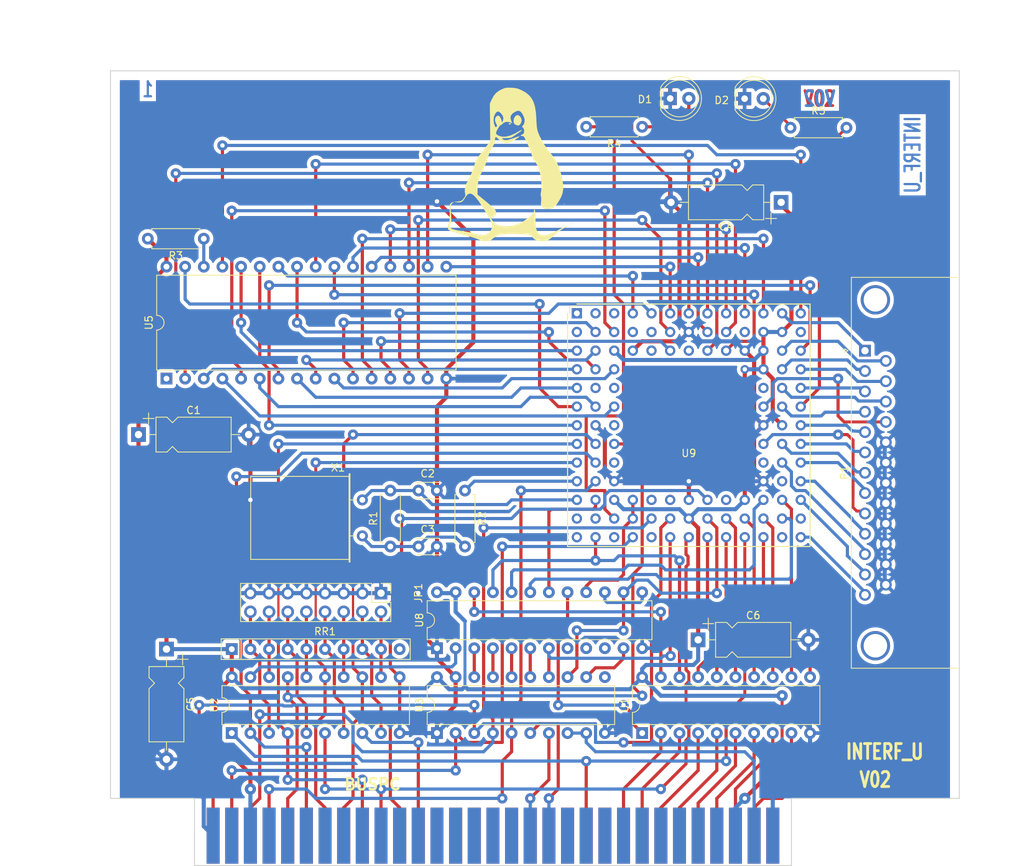
<source format=kicad_pcb>
(kicad_pcb (version 20241229) (generator "pcbnew") (generator_version "9.0")
  (title_block (title "Demo") (rev "2.C") (company "Kicad"))
  (layers (0 "F.Cu" signal "top_copper") (2 "B.Cu" signal "bottom_copper") (13 "F.Paste" user) (15 "B.Paste" user) (5 "F.SilkS" user "F.Silkscreen") (7 "B.SilkS" user "B.Silkscreen") (1 "F.Mask" user) (3 "B.Mask" user) (25 "Edge.Cuts" user))
  (net 0 "")
  (net 1 "/8MH-OUT")
  (net 2 "/ACK")
  (net 3 "/AUTOFD-")
  (net 4 "/BIT0")
  (net 5 "/BIT1")
  (net 6 "/BIT2")
  (net 7 "/BIT3")
  (net 8 "/BIT4")
  (net 9 "/BIT5")
  (net 10 "/BIT6")
  (net 11 "/BIT7")
  (net 12 "/BUST+")
  (net 13 "/CLKLCA")
  (net 14 "/CS1-")
  (net 15 "/D0")
  (net 16 "/D1")
  (net 17 "/D2")
  (net 18 "/D3")
  (net 19 "/D4")
  (net 20 "/D5")
  (net 21 "/D6")
  (net 22 "/D7")
  (net 23 "/DIR")
  (net 24 "/DONE")
  (net 25 "/ENBBUF")
  (net 26 "/ERROR-")
  (net 27 "/INIT-")
  (net 28 "/LED1")
  (net 29 "/LED2")
  (net 30 "/MA0")
  (net 31 "/MA1")
  (net 32 "/MA10")
  (net 33 "/MA11")
  (net 34 "/MA12")
  (net 35 "/MA13")
  (net 36 "/MA14")
  (net 37 "/MA15")
  (net 38 "/MA16")
  (net 39 "/MA2")
  (net 40 "/MA3")
  (net 41 "/MA4")
  (net 42 "/MA5")
  (net 43 "/MA6")
  (net 44 "/MA7")
  (net 45 "/MA8")
  (net 46 "/MA9")
  (net 47 "/MATCHL")
  (net 48 "/MD0")
  (net 49 "/MD1")
  (net 50 "/MD2")
  (net 51 "/MD3")
  (net 52 "/MD4")
  (net 53 "/MD5")
  (net 54 "/MD6")
  (net 55 "/MD7")
  (net 56 "/OE-")
  (net 57 "/PC-A0")
  (net 58 "/PC-A1")
  (net 59 "/PC-A10")
  (net 60 "/PC-A11")
  (net 61 "/PC-A2")
  (net 62 "/PC-A3")
  (net 63 "/PC-A4")
  (net 64 "/PC-A5")
  (net 65 "/PC-A6")
  (net 66 "/PC-A7")
  (net 67 "/PC-A8")
  (net 68 "/PC-A9")
  (net 69 "/PC-AEN")
  (net 70 "/PC-DB0")
  (net 71 "/PC-DB1")
  (net 72 "/PC-DB2")
  (net 73 "/PC-DB3")
  (net 74 "/PC-DB4")
  (net 75 "/PC-DB5")
  (net 76 "/PC-DB6")
  (net 77 "/PC-DB7")
  (net 78 "/PC-IOR")
  (net 79 "/PC-IOW")
  (net 80 "/PC-RD")
  (net 81 "/PC-RST")
  (net 82 "/PC-WR")
  (net 83 "/PE+")
  (net 84 "/PROG-")
  (net 85 "/REF10")
  (net 86 "/REF11")
  (net 87 "/REF4")
  (net 88 "/REF5")
  (net 89 "/REF6")
  (net 90 "/REF7")
  (net 91 "/REF8")
  (net 92 "/REF9")
  (net 93 "/RSTL")
  (net 94 "/SEL_LPT")
  (net 95 "/SLCT+")
  (net 96 "/SLCTIN-")
  (net 97 "/STROBE")
  (net 98 "/WR-")
  (net 99 "/WR_REG")
  (net 100 "GND")
  (net 101 "VCC")
  (net 103 "Net-(C3-Pad1)")
  (net 137 "Net-(U9-P{slash}A3)")
  (net 138 "Net-(D1-A)")
  (net 139 "Net-(D2-A)")
  (net 140 "Net-(U5-CS2)")
  (net 143 "Net-(U3-Y3)")
  (net 144 "Net-(U3-Y2)")
  (net 145 "Net-(U3-Y1)")
  (net 146 "Net-(U3-Y0)")
  (footprint "interf_u:R_Axial_DIN0207_L6.3mm_D2.5mm_P7.62mm_Horizontal" (layer "F.Cu") (at 171.958 42.037)
    (property "Reference" "R5")
    (property "Value" "330")
  )
  (footprint "interf_u:CP_Axial_L10.0mm_D4.5mm_P15.00mm_Horizontal" (layer "F.Cu") (at 159.385 111.76)
    (property "Reference" "C6")
    (property "Value" "47uF")
  )
  (footprint "interf_u:CP_Axial_L10.0mm_D4.5mm_P15.00mm_Horizontal" (layer "F.Cu") (at 86.995 113.03 -90)
    (property "Reference" "C5")
    (property "Value" "47uF")
  )
  (footprint "interf_u:CP_Axial_L10.0mm_D4.5mm_P15.00mm_Horizontal" (layer "F.Cu") (at 170.688 52.197 180)
    (property "Reference" "C4")
    (property "Value" "47uF")
  )
  (footprint "interf_u:CP_Axial_L10.0mm_D4.5mm_P15.00mm_Horizontal" (layer "F.Cu") (at 83.185 83.82)
    (property "Reference" "C1")
    (property "Value" "47uF")
  )
  (footprint "interf_u:C_Disc_D3.0mm_W2.0mm_P2.50mm" (layer "F.Cu") (at 121.305 91.44)
    (property "Reference" "C2")
    (property "Value" "47pF")
  )
  (footprint "interf_u:C_Disc_D3.0mm_W2.0mm_P2.50mm" (layer "F.Cu") (at 121.305 99.06)
    (property "Reference" "C3")
    (property "Value" "47pF")
  )
  (footprint "interf_u:PinHeader_2x08_P2.54mm_Vertical" (layer "F.Cu") (at 116.205 105.41 -90)
    (property "Reference" "JP1")
    (property "Value" "CONN_8X2" (hide yes))
  )
  (footprint "interf_u:DIP-20_W7.62mm" (layer "F.Cu") (at 151.765 124.46 90)
    (property "Reference" "U1")
    (property "Value" "74LS245")
  )
  (footprint "interf_u:DIP-20_W7.62mm" (layer "F.Cu") (at 95.885 124.46 90)
    (property "Reference" "U2")
    (property "Value" "74LS688")
  )
  (footprint "interf_u:DIP-20_W7.62mm" (layer "F.Cu") (at 123.825 124.46 90)
    (property "Reference" "U3")
    (property "Value" "74LS541")
  )
  (footprint "interf_u:DIP-32_W15.24mm" (layer "F.Cu") (at 86.995 76.2 90)
    (property "Reference" "U5")
    (property "Value" "628128")
  )
  (footprint "interf_u:DIP-24_W7.62mm" (layer "F.Cu") (at 123.825 112.903 90)
    (property "Reference" "U8")
    (property "Value" "EP600")
  )
  (footprint "interf_u:Crystal_HC18-U_Horizontal" (layer "F.Cu") (at 113.665 92.71 -90)
    (property "Reference" "X1")
    (property "Value" "8MHz")
  )
  (footprint "interf_u:R_Axial_DIN0207_L6.3mm_D2.5mm_P7.62mm_Horizontal" (layer "F.Cu") (at 151.765 41.91 180)
    (property "Reference" "R4")
    (property "Value" "330")
  )
  (footprint "interf_u:LED_D5.0mm" (layer "F.Cu") (at 155.58 38.06)
    (property "Reference" "D1")
    (property "Value" "LED")
  )
  (footprint "interf_u:LED_D5.0mm" (layer "F.Cu") (at 165.71 38.08)
    (property "Reference" "D2")
    (property "Value" "LED")
  )
  (footprint "interf_u:DSUB-25_Female_Horizontal_P2.77x2.84mm_EdgePinOffset9.90mm_Housed_MountingHolesOffset11.32mm" (layer "F.Cu") (at 182.1 72.4 90)
    (property "Reference" "P1")
    (property "Value" "DB25FEMELLE")
  )
  (footprint "interf_u:R_Array_SIP10" (layer "F.Cu") (at 95.885 113.03)
    (property "Reference" "RR1")
    (property "Value" "9x1K")
  )
  (footprint "interf_u:PGA120" (layer "F.Cu") (at 158.115 82.55 180)
    (property "Reference" "U9")
    (property "Value" "4003APG120")
  )
  (footprint "interf_u:BUS_PC" (layer "F.Cu") (at 131.445 138.43)
    (property "Reference" "BUS1" (hide yes))
    (property "Value" "BUSPC")
  )
  (footprint "interf_u:R_Axial_DIN0207_L6.3mm_D2.5mm_P7.62mm_Horizontal" (layer "F.Cu") (at 92.075 57.15 180)
    (property "Reference" "R3")
    (property "Value" "10K")
  )
  (footprint "interf_u:R_Axial_DIN0207_L6.3mm_D2.5mm_P7.62mm_Horizontal" (layer "F.Cu") (at 127.635 91.44 -90)
    (property "Reference" "R2")
    (property "Value" "1K")
  )
  (footprint "interf_u:R_Axial_DIN0207_L6.3mm_D2.5mm_P7.62mm_Horizontal" (layer "F.Cu") (at 117.475 99.06 90)
    (property "Reference" "R1")
    (property "Value" "100K")
  )
  (footprint "interf_u:tux" (layer "F.Cu") (at 134 47)
    (property "Reference" "G1" (hide yes))
    (property "Value" "LOGO" (hide yes))
  )
  (gr_line (start 172.085 133.35) (end 194.945 133.35) (stroke (width 0.127)) (layer "Edge.Cuts"))
  (gr_line (start 90.805 140.97) (end 90.805 142.494) (stroke (width 0.127)) (layer "Edge.Cuts"))
  (gr_line (start 79.375 133.35) (end 79.375 34.29) (stroke (width 0.127)) (layer "Edge.Cuts"))
  (gr_line (start 79.375 34.29) (end 194.945 34.29) (stroke (width 0.127)) (layer "Edge.Cuts"))
  (gr_line (start 194.945 133.35) (end 194.945 34.29) (stroke (width 0.127)) (layer "Edge.Cuts"))
  (gr_line (start 90.805 142.494) (end 172.085 142.494) (stroke (width 0.127)) (layer "Edge.Cuts"))
  (gr_line (start 90.805 133.35) (end 90.805 140.97) (stroke (width 0.127)) (layer "Edge.Cuts"))
  (gr_line (start 172.085 142.494) (end 172.085 133.35) (stroke (width 0.127)) (layer "Edge.Cuts"))
  (gr_line (start 90.805 133.35) (end 79.375 133.35) (stroke (width 0.127)) (layer "Edge.Cuts"))
  (gr_text "2" (at 81.915 39.37 0) (layer "F.Cu") (effects (font (size 2.032 1.524) (thickness 0.3048))))
  (gr_text "V02" (at 175.895 38.1 0) (layer "F.Cu") (effects (font (size 2.032 1.524) (thickness 0.381))))
  (gr_text "INTERF_U" (at 183.515 45.72 90) (layer "F.Cu") (effects (font (size 2.032 1.524) (thickness 0.3048))))
  (gr_text "V02" (at 175.895 38.1 0) (layer "B.Cu") (effects (font (size 2.032 1.524) (thickness 0.381)) (justify mirror)))
  (gr_text "1" (at 84.455 36.83 0) (layer "B.Cu") (effects (font (size 2.032 1.524) (thickness 0.3048)) (justify mirror)))
  (gr_text "INTERF_U" (at 188.595 45.72 90) (layer "B.Cu") (effects (font (size 2.032 1.524) (thickness 0.3048)) (justify mirror)))
  (gr_text "INTERF_U" (at 184.785 127 0) (layer "F.SilkS") (effects (font (size 2.032 1.524) (thickness 0.381))))
  (gr_text "V02" (at 183.515 130.81 0) (layer "F.SilkS") (effects (font (size 2.032 1.524) (thickness 0.381))))
  (segment (start 128.905 90.17) (end 142.875 90.17) (width 0.4318) (layer "B.Cu") (net 1))
  (segment (start 127.635 91.44) (end 128.905 90.17) (width 0.4318) (layer "B.Cu") (net 1))
  (segment (start 182.245 97.282) (end 180.34 95.377) (width 0.4318) (layer "B.Cu") (net 2))
  (segment (start 180.34 95.25) (end 180.34 95.377) (width 0.4318) (layer "B.Cu") (net 2))
  (segment (start 173.355 90.17) (end 175.26 90.17) (width 0.4318) (layer "B.Cu") (net 2))
  (segment (start 180.34 95.25) (end 175.26 90.17) (width 0.4318) (layer "B.Cu") (net 2))
  (segment (start 181.102 73.787) (end 184.785 73.787) (width 0.4318) (layer "B.Cu") (net 3))
  (segment (start 172.085 71.12) (end 178.435 71.12) (width 0.4318) (layer "B.Cu") (net 3))
  (segment (start 178.435 71.12) (end 181.102 73.787) (width 0.4318) (layer "B.Cu") (net 3))
  (segment (start 170.815 72.39) (end 172.085 71.12) (width 0.4318) (layer "B.Cu") (net 3))
  (segment (start 182.245 74.93) (end 182.245 75.184) (width 0.4318) (layer "B.Cu") (net 4))
  (segment (start 170.815 74.93) (end 172.085 73.66) (width 0.4318) (layer "B.Cu") (net 4))
  (segment (start 180.975 74.93) (end 182.245 74.93) (width 0.4318) (layer "B.Cu") (net 4))
  (segment (start 172.085 73.66) (end 179.705 73.66) (width 0.4318) (layer "B.Cu") (net 4))
  (segment (start 179.705 73.66) (end 180.975 74.93) (width 0.4318) (layer "B.Cu") (net 4))
  (segment (start 182.245 77.47) (end 182.245 77.851) (width 0.4318) (layer "B.Cu") (net 5))
  (segment (start 173.355 77.47) (end 182.245 77.47) (width 0.4318) (layer "B.Cu") (net 5))
  (segment (start 176.657 80.772) (end 182.245 80.772) (width 0.4318) (layer "B.Cu") (net 6))
  (segment (start 176.149 81.28) (end 176.657 80.772) (width 0.4318) (layer "B.Cu") (net 6))
  (segment (start 172.085 81.28) (end 176.149 81.28) (width 0.4318) (layer "B.Cu") (net 6))
  (segment (start 170.815 80.01) (end 172.085 81.28) (width 0.4318) (layer "B.Cu") (net 6))
  (segment (start 173.355 82.55) (end 179.578 82.55) (width 0.4318) (layer "B.Cu") (net 7))
  (segment (start 179.578 82.55) (end 180.34 83.312) (width 0.4318) (layer "B.Cu") (net 7))
  (segment (start 180.34 83.312) (end 182.245 83.439) (width 0.4318) (layer "B.Cu") (net 7))
  (segment (start 182.245 86.106) (end 182.245 86.233) (width 0.4318) (layer "B.Cu") (net 8))
  (segment (start 173.355 85.09) (end 179.578 85.09) (width 0.4318) (layer "B.Cu") (net 8))
  (segment (start 179.578 85.09) (end 180.594 86.106) (width 0.4318) (layer "B.Cu") (net 8))
  (segment (start 180.594 86.106) (end 182.245 86.106) (width 0.4318) (layer "B.Cu") (net 8))
  (segment (start 178.435 86.36) (end 180.975 88.9) (width 0.4318) (layer "B.Cu") (net 9))
  (segment (start 172.085 86.36) (end 178.435 86.36) (width 0.4318) (layer "B.Cu") (net 9))
  (segment (start 180.975 88.9) (end 182.245 88.9) (width 0.4318) (layer "B.Cu") (net 9))
  (segment (start 170.815 85.09) (end 172.085 86.36) (width 0.4318) (layer "B.Cu") (net 9))
  (segment (start 178.435 87.63) (end 182.245 91.44) (width 0.4318) (layer "B.Cu") (net 10))
  (segment (start 173.355 87.63) (end 178.435 87.63) (width 0.4318) (layer "B.Cu") (net 10))
  (segment (start 182.245 91.44) (end 182.245 91.694) (width 0.4318) (layer "B.Cu") (net 10))
  (segment (start 180.975 94.234) (end 181.774 94.234) (width 0.4) (layer "F.Cu") (net 11))
  (segment (start 179.705 83.82) (end 180.467 84.582) (width 0.4318) (layer "F.Cu") (net 11))
  (segment (start 180.467 84.582) (end 180.467 92.202) (width 0.4318) (layer "F.Cu") (net 11))
  (segment (start 181.774 94.234) (end 182.1 94.56) (width 0.4) (layer "F.Cu") (net 11))
  (segment (start 180.467 93.726) (end 180.975 94.234) (width 0.4) (layer "F.Cu") (net 11))
  (segment (start 180.467 92.202) (end 180.467 93.726) (width 0.4) (layer "F.Cu") (net 11))
  (segment (start 178.435 83.82) (end 179.705 83.82) (width 0.4318) (layer "F.Cu") (net 11))
  (via (at 178.435 83.82) (size 1.397) (drill 0.6) (layers "F.Cu" "B.Cu") (net 11))
  (segment (start 168.275 85.09) (end 169.545 83.82) (width 0.4318) (layer "B.Cu") (net 11))
  (segment (start 169.545 83.82) (end 178.435 83.82) (width 0.4318) (layer "B.Cu") (net 11))
  (segment (start 172.085 90.805) (end 172.72 91.44) (width 0.4318) (layer "B.Cu") (net 12))
  (segment (start 170.815 87.63) (end 172.085 88.9) (width 0.4318) (layer "B.Cu") (net 12))
  (segment (start 172.72 91.44) (end 173.99 91.44) (width 0.4318) (layer "B.Cu") (net 12))
  (segment (start 173.99 91.44) (end 182.245 99.695) (width 0.4318) (layer "B.Cu") (net 12))
  (segment (start 172.085 88.9) (end 172.085 90.805) (width 0.4318) (layer "B.Cu") (net 12))
  (segment (start 182.245 99.695) (end 182.245 99.949) (width 0.4318) (layer "B.Cu") (net 12))
  (segment (start 144.9705 103.632) (end 144.145 104.4575) (width 0.4318) (layer "F.Cu") (net 13))
  (segment (start 144.145 104.4575) (end 144.145 105.41) (width 0.4318) (layer "F.Cu") (net 13))
  (segment (start 150.495 92.71) (end 150.495 95.25) (width 0.4318) (layer "F.Cu") (net 13))
  (segment (start 150.495 95.25) (end 149.225 96.52) (width 0.4318) (layer "F.Cu") (net 13))
  (segment (start 149.225 96.52) (end 149.225 102.87) (width 0.4318) (layer "F.Cu") (net 13))
  (segment (start 149.225 102.87) (end 148.463 103.632) (width 0.4318) (layer "F.Cu") (net 13))
  (segment (start 148.463 103.632) (end 144.9705 103.632) (width 0.4318) (layer "F.Cu") (net 13))
  (segment (start 165.735 67.31) (end 165.735 58.42) (width 0.4318) (layer "F.Cu") (net 14))
  (via (at 165.735 58.42) (size 1.397) (drill 0.6) (layers "F.Cu" "B.Cu") (net 14))
  (segment (start 113.665 58.42) (end 112.395 59.69) (width 0.4318) (layer "B.Cu") (net 14))
  (segment (start 112.395 59.69) (end 112.395 60.96) (width 0.4318) (layer "B.Cu") (net 14))
  (segment (start 165.735 58.42) (end 113.665 58.42) (width 0.4318) (layer "B.Cu") (net 14))
  (segment (start 145.415 100.965) (end 145.415 97.79) (width 0.4318) (layer "F.Cu") (net 15))
  (segment (start 156.845 100.965) (end 156.845 116.84) (width 0.4318) (layer "F.Cu") (net 15))
  (via (at 156.845 100.965) (size 1.397) (drill 0.6) (layers "F.Cu" "B.Cu") (net 15))
  (via (at 145.415 100.965) (size 1.397) (drill 0.6) (layers "F.Cu" "B.Cu") (net 15))
  (segment (start 148.59 100.33) (end 156.21 100.33) (width 0.4318) (layer "B.Cu") (net 15))
  (segment (start 131.445 105.41) (end 131.445 102.235) (width 0.4318) (layer "B.Cu") (net 15))
  (segment (start 145.415 100.965) (end 147.955 100.965) (width 0.4318) (layer "B.Cu") (net 15))
  (segment (start 132.715 100.965) (end 145.415 100.965) (width 0.4318) (layer "B.Cu") (net 15))
  (segment (start 156.21 100.33) (end 156.845 100.965) (width 0.4318) (layer "B.Cu") (net 15))
  (segment (start 147.955 100.965) (end 148.59 100.33) (width 0.4318) (layer "B.Cu") (net 15))
  (segment (start 131.445 102.235) (end 132.715 100.965) (width 0.4318) (layer "B.Cu") (net 15))
  (segment (start 159.385 116.84) (end 159.385 115.57) (width 0.4318) (layer "F.Cu") (net 16))
  (segment (start 161.29 107.315) (end 160.655 106.68) (width 0.4318) (layer "F.Cu") (net 16))
  (segment (start 161.29 113.665) (end 161.29 107.315) (width 0.4318) (layer "F.Cu") (net 16))
  (segment (start 160.655 106.68) (end 160.655 97.79) (width 0.4318) (layer "F.Cu") (net 16))
  (segment (start 159.385 115.57) (end 161.29 113.665) (width 0.4318) (layer "F.Cu") (net 16))
  (segment (start 163.195 97.79) (end 163.195 114.3) (width 0.4318) (layer "F.Cu") (net 17))
  (segment (start 161.925 115.57) (end 161.925 116.84) (width 0.4318) (layer "F.Cu") (net 17))
  (segment (start 163.195 114.3) (end 161.925 115.57) (width 0.4318) (layer "F.Cu") (net 17))
  (segment (start 164.465 96.52) (end 164.465 116.84) (width 0.4318) (layer "F.Cu") (net 18))
  (segment (start 163.195 95.25) (end 164.465 96.52) (width 0.4318) (layer "F.Cu") (net 18))
  (segment (start 165.735 95.25) (end 167.005 96.52) (width 0.4318) (layer "F.Cu") (net 19))
  (segment (start 167.005 96.52) (end 167.005 116.84) (width 0.4318) (layer "F.Cu") (net 19))
  (segment (start 169.545 113.665) (end 169.545 116.84) (width 0.4318) (layer "F.Cu") (net 20))
  (segment (start 168.275 97.79) (end 168.275 112.395) (width 0.4318) (layer "F.Cu") (net 20))
  (segment (start 168.275 112.395) (end 169.545 113.665) (width 0.4318) (layer "F.Cu") (net 20))
  (segment (start 168.275 95.25) (end 169.545 96.52) (width 0.4318) (layer "F.Cu") (net 21))
  (segment (start 169.545 96.52) (end 169.545 111.76) (width 0.4318) (layer "F.Cu") (net 21))
  (segment (start 172.085 114.3) (end 172.085 116.84) (width 0.4318) (layer "F.Cu") (net 21))
  (segment (start 169.545 111.76) (end 172.085 114.3) (width 0.4318) (layer "F.Cu") (net 21))
  (segment (start 170.815 92.71) (end 172.085 93.98) (width 0.4318) (layer "F.Cu") (net 22))
  (segment (start 172.085 93.98) (end 172.085 112.395) (width 0.4318) (layer "F.Cu") (net 22))
  (segment (start 172.085 112.395) (end 174.625 114.935) (width 0.4318) (layer "F.Cu") (net 22))
  (segment (start 174.625 114.935) (end 174.625 116.84) (width 0.4318) (layer "F.Cu") (net 22))
  (segment (start 150.495 123.19) (end 151.765 124.46) (width 0.4318) (layer "F.Cu") (net 23))
  (segment (start 141.605 109.22) (end 140.335 110.49) (width 0.4318) (layer "F.Cu") (net 23))
  (segment (start 140.335 110.49) (end 140.335 120.65) (width 0.4318) (layer "F.Cu") (net 23))
  (segment (start 149.225 120.65) (end 150.495 121.92) (width 0.4318) (layer "F.Cu") (net 23))
  (segment (start 150.495 121.92) (end 150.495 123.19) (width 0.4318) (layer "F.Cu") (net 23))
  (segment (start 141.605 105.41) (end 141.605 109.22) (width 0.4318) (layer "F.Cu") (net 23))
  (via (at 140.335 120.65) (size 1.397) (drill 0.6) (layers "F.Cu" "B.Cu") (net 23))
  (via (at 149.225 120.65) (size 1.397) (drill 0.6) (layers "F.Cu" "B.Cu") (net 23))
  (segment (start 140.335 120.65) (end 149.225 120.65) (width 0.4318) (layer "B.Cu") (net 23))
  (segment (start 134.3025 102.235) (end 149.225 102.235) (width 0.4318) (layer "B.Cu") (net 24))
  (segment (start 154.305 101.6) (end 154.94 102.235) (width 0.4318) (layer "B.Cu") (net 24))
  (segment (start 166.37 102.235) (end 167.005 101.6) (width 0.4318) (layer "B.Cu") (net 24))
  (segment (start 154.94 102.235) (end 166.37 102.235) (width 0.4318) (layer "B.Cu") (net 24))
  (segment (start 133.985 105.41) (end 133.985 102.5525) (width 0.4318) (layer "B.Cu") (net 24))
  (segment (start 149.225 102.235) (end 149.86 101.6) (width 0.4318) (layer "B.Cu") (net 24))
  (segment (start 149.86 101.6) (end 154.305 101.6) (width 0.4318) (layer "B.Cu") (net 24))
  (segment (start 167.005 101.6) (end 167.005 93.98) (width 0.4318) (layer "B.Cu") (net 24))
  (segment (start 133.985 102.5525) (end 134.3025 102.235) (width 0.4318) (layer "B.Cu") (net 24))
  (segment (start 167.005 93.98) (end 168.275 92.71) (width 0.4318) (layer "B.Cu") (net 24))
  (segment (start 128.905 105.41) (end 128.905 107.95) (width 0.4318) (layer "F.Cu") (net 25))
  (segment (start 154.305 107.95) (end 154.305 116.84) (width 0.4318) (layer "F.Cu") (net 25))
  (via (at 128.905 107.95) (size 1.397) (drill 0.6) (layers "F.Cu" "B.Cu") (net 25))
  (via (at 154.305 107.95) (size 1.397) (drill 0.6) (layers "F.Cu" "B.Cu") (net 25))
  (segment (start 128.905 107.95) (end 154.305 107.95) (width 0.4318) (layer "B.Cu") (net 25))
  (segment (start 179.451 74.93) (end 181.102 76.581) (width 0.4318) (layer "B.Cu") (net 26))
  (segment (start 181.102 76.581) (end 184.785 76.581) (width 0.4318) (layer "B.Cu") (net 26))
  (segment (start 173.355 74.93) (end 179.451 74.93) (width 0.4318) (layer "B.Cu") (net 26))
  (segment (start 184.785 79.248) (end 184.785 79.2988) (width 0.4318) (layer "B.Cu") (net 27))
  (segment (start 181.229 79.248) (end 184.785 79.248) (width 0.4318) (layer "B.Cu") (net 27))
  (segment (start 180.721 78.74) (end 181.229 79.248) (width 0.4318) (layer "B.Cu") (net 27))
  (segment (start 172.085 78.74) (end 180.721 78.74) (width 0.4318) (layer "B.Cu") (net 27))
  (segment (start 170.815 77.47) (end 172.085 78.74) (width 0.4318) (layer "B.Cu") (net 27))
  (segment (start 146.685 91.44) (end 144.145 91.44) (width 0.4318) (layer "F.Cu") (net 28))
  (segment (start 147.955 64.77) (end 147.955 43.561) (width 0.4318) (layer "F.Cu") (net 28))
  (segment (start 149.225 81.28) (end 149.225 66.04) (width 0.4318) (layer "F.Cu") (net 28))
  (segment (start 146.304 41.91) (end 144.145 41.91) (width 0.4318) (layer "F.Cu") (net 28))
  (segment (start 149.225 66.04) (end 147.955 64.77) (width 0.4318) (layer "F.Cu") (net 28))
  (segment (start 144.145 91.44) (end 144.145 81.28) (width 0.4318) (layer "F.Cu") (net 28))
  (segment (start 147.955 43.561) (end 146.304 41.91) (width 0.4318) (layer "F.Cu") (net 28))
  (segment (start 146.685 93.98) (end 146.685 91.44) (width 0.4318) (layer "F.Cu") (net 28))
  (segment (start 147.955 95.25) (end 146.685 93.98) (width 0.4318) (layer "F.Cu") (net 28))
  (segment (start 144.145 81.28) (end 149.225 81.28) (width 0.4318) (layer "F.Cu") (net 28))
  (segment (start 175.895 45.72) (end 175.895 46.736) (width 0.381) (layer "F.Cu") (net 29))
  (segment (start 179.578 42.037) (end 175.895 45.72) (width 0.381) (layer "F.Cu") (net 29))
  (segment (start 175.895 77.47) (end 175.895 46.736) (width 0.4318) (layer "F.Cu") (net 29))
  (segment (start 173.355 80.01) (end 175.895 77.47) (width 0.4318) (layer "F.Cu") (net 29))
  (segment (start 113.665 57.15) (end 113.665 73.66) (width 0.4318) (layer "F.Cu") (net 30))
  (segment (start 114.935 74.93) (end 113.665 73.66) (width 0.4318) (layer "F.Cu") (net 30))
  (segment (start 114.935 76.2) (end 114.935 74.93) (width 0.4318) (layer "F.Cu") (net 30))
  (segment (start 168.275 67.31) (end 168.275 57.15) (width 0.4318) (layer "F.Cu") (net 30))
  (via (at 113.665 57.15) (size 1.397) (drill 0.6) (layers "F.Cu" "B.Cu") (net 30))
  (via (at 168.275 57.15) (size 1.397) (drill 0.6) (layers "F.Cu" "B.Cu") (net 30))
  (segment (start 168.275 57.15) (end 113.665 57.15) (width 0.4318) (layer "B.Cu") (net 30))
  (segment (start 111.125 73.66) (end 111.125 68.58) (width 0.4318) (layer "F.Cu") (net 31))
  (segment (start 112.395 76.2) (end 112.395 74.93) (width 0.4318) (layer "F.Cu") (net 31))
  (segment (start 112.395 74.93) (end 111.125 73.66) (width 0.4318) (layer "F.Cu") (net 31))
  (via (at 111.125 68.58) (size 1.397) (drill 0.6) (layers "F.Cu" "B.Cu") (net 31))
  (segment (start 144.145 68.58) (end 111.125 68.58) (width 0.4318) (layer "B.Cu") (net 31))
  (segment (start 145.415 69.85) (end 144.145 68.58) (width 0.4318) (layer "B.Cu") (net 31))
  (segment (start 163.195 72.39) (end 164.465 71.12) (width 0.4318) (layer "F.Cu") (net 32))
  (segment (start 164.465 71.12) (end 167.005 71.12) (width 0.4318) (layer "F.Cu") (net 32))
  (segment (start 109.855 64.77) (end 109.855 60.96) (width 0.4318) (layer "F.Cu") (net 32))
  (segment (start 167.005 71.12) (end 167.005 64.77) (width 0.4318) (layer "F.Cu") (net 32))
  (via (at 109.855 64.77) (size 1.397) (drill 0.6) (layers "F.Cu" "B.Cu") (net 32))
  (via (at 167.005 64.77) (size 1.397) (drill 0.6) (layers "F.Cu" "B.Cu") (net 32))
  (segment (start 167.005 64.77) (end 109.855 64.77) (width 0.4318) (layer "B.Cu") (net 32))
  (segment (start 145.415 74.93) (end 144.145 73.66) (width 0.4318) (layer "F.Cu") (net 33))
  (segment (start 139.065 71.12) (end 139.065 69.85) (width 0.4318) (layer "F.Cu") (net 33))
  (segment (start 104.775 68.58) (end 104.775 60.96) (width 0.4318) (layer "F.Cu") (net 33))
  (segment (start 141.605 73.66) (end 139.065 71.12) (width 0.4318) (layer "F.Cu") (net 33))
  (segment (start 144.145 73.66) (end 141.605 73.66) (width 0.4318) (layer "F.Cu") (net 33))
  (via (at 104.775 68.58) (size 1.397) (drill 0.6) (layers "F.Cu" "B.Cu") (net 33))
  (via (at 139.065 69.85) (size 1.397) (drill 0.6) (layers "F.Cu" "B.Cu") (net 33))
  (segment (start 106.045 69.85) (end 104.775 68.58) (width 0.4318) (layer "B.Cu") (net 33))
  (segment (start 139.065 69.85) (end 106.045 69.85) (width 0.4318) (layer "B.Cu") (net 33))
  (segment (start 99.695 81.28) (end 94.615 76.2) (width 0.4318) (layer "B.Cu") (net 34))
  (segment (start 146.685 81.28) (end 99.695 81.28) (width 0.4318) (layer "B.Cu") (net 34))
  (segment (start 147.955 80.01) (end 146.685 81.28) (width 0.4318) (layer "B.Cu") (net 34))
  (segment (start 97.155 68.58) (end 97.155 60.96) (width 0.4318) (layer "F.Cu") (net 35))
  (via (at 97.155 68.58) (size 1.397) (drill 0.6) (layers "F.Cu" "B.Cu") (net 35))
  (segment (start 97.155 69.85) (end 97.155 68.58) (width 0.4318) (layer "B.Cu") (net 35))
  (segment (start 99.695 72.39) (end 97.155 69.85) (width 0.4318) (layer "B.Cu") (net 35))
  (segment (start 142.875 72.39) (end 99.695 72.39) (width 0.4318) (layer "B.Cu") (net 35))
  (segment (start 142.875 74.93) (end 93.345 74.93) (width 0.4318) (layer "B.Cu") (net 36))
  (segment (start 93.345 74.93) (end 92.075 76.2) (width 0.4318) (layer "B.Cu") (net 36))
  (segment (start 140.335 80.01) (end 142.875 80.01) (width 0.4318) (layer "F.Cu") (net 37))
  (segment (start 137.795 66.04) (end 137.795 77.47) (width 0.4318) (layer "F.Cu") (net 37))
  (segment (start 137.795 77.47) (end 140.335 80.01) (width 0.4318) (layer "F.Cu") (net 37))
  (via (at 137.795 66.04) (size 1.397) (drill 0.6) (layers "F.Cu" "B.Cu") (net 37))
  (segment (start 89.535 60.96) (end 89.535 65.405) (width 0.4318) (layer "B.Cu") (net 37))
  (segment (start 137.795 66.04) (end 90.17 66.04) (width 0.4318) (layer "B.Cu") (net 37))
  (segment (start 90.17 66.04) (end 89.535 65.405) (width 0.4318) (layer "B.Cu") (net 37))
  (segment (start 88.265 73.66) (end 89.535 74.93) (width 0.4318) (layer "F.Cu") (net 38))
  (segment (start 161.925 71.12) (end 160.655 72.39) (width 0.4318) (layer "F.Cu") (net 38))
  (segment (start 161.925 48.26) (end 161.925 71.12) (width 0.4318) (layer "F.Cu") (net 38))
  (segment (start 89.535 74.93) (end 89.535 76.2) (width 0.4318) (layer "F.Cu") (net 38))
  (segment (start 88.265 48.26) (end 88.265 73.66) (width 0.4318) (layer "F.Cu") (net 38))
  (via (at 161.925 48.26) (size 1.397) (drill 0.6) (layers "F.Cu" "B.Cu") (net 38))
  (via (at 88.265 48.26) (size 1.397) (drill 0.6) (layers "F.Cu" "B.Cu") (net 38))
  (segment (start 161.925 48.26) (end 88.265 48.26) (width 0.4318) (layer "B.Cu") (net 38))
  (segment (start 111.125 77.47) (end 109.855 76.2) (width 0.4318) (layer "B.Cu") (net 39))
  (segment (start 132.715 77.47) (end 111.125 77.47) (width 0.4318) (layer "B.Cu") (net 39))
  (segment (start 146.685 76.2) (end 133.985 76.2) (width 0.4318) (layer "B.Cu") (net 39))
  (segment (start 147.955 74.93) (end 146.685 76.2) (width 0.4318) (layer "B.Cu") (net 39))
  (segment (start 133.985 76.2) (end 132.715 77.47) (width 0.4318) (layer "B.Cu") (net 39))
  (segment (start 107.315 76.2) (end 107.315 74.93) (width 0.4318) (layer "F.Cu") (net 40))
  (segment (start 107.315 74.93) (end 106.045 73.66) (width 0.4318) (layer "F.Cu") (net 40))
  (via (at 106.045 73.66) (size 1.397) (drill 0.6) (layers "F.Cu" "B.Cu") (net 40))
  (segment (start 144.145 73.66) (end 106.045 73.66) (width 0.4318) (layer "B.Cu") (net 40))
  (segment (start 145.415 72.39) (end 144.145 73.66) (width 0.4318) (layer "B.Cu") (net 40))
  (segment (start 142.875 77.47) (end 135.255 77.47) (width 0.4318) (layer "B.Cu") (net 41))
  (segment (start 133.985 78.74) (end 107.315 78.74) (width 0.4318) (layer "B.Cu") (net 41))
  (segment (start 107.315 78.74) (end 104.775 76.2) (width 0.4318) (layer "B.Cu") (net 41))
  (segment (start 135.255 77.47) (end 133.985 78.74) (width 0.4318) (layer "B.Cu") (net 41))
  (segment (start 102.235 76.2) (end 102.235 74.93) (width 0.4318) (layer "F.Cu") (net 42))
  (segment (start 100.965 73.66) (end 100.965 63.5) (width 0.4318) (layer "F.Cu") (net 42))
  (segment (start 174.625 71.12) (end 173.355 72.39) (width 0.4318) (layer "F.Cu") (net 42))
  (segment (start 174.625 63.5) (end 174.625 71.12) (width 0.4318) (layer "F.Cu") (net 42))
  (segment (start 102.235 74.93) (end 100.965 73.66) (width 0.4318) (layer "F.Cu") (net 42))
  (via (at 174.625 63.5) (size 1.397) (drill 0.6) (layers "F.Cu" "B.Cu") (net 42))
  (via (at 100.965 63.5) (size 1.397) (drill 0.6) (layers "F.Cu" "B.Cu") (net 42))
  (segment (start 100.965 63.5) (end 174.625 63.5) (width 0.4318) (layer "B.Cu") (net 42))
  (segment (start 136.525 78.74) (end 135.255 80.01) (width 0.4318) (layer "B.Cu") (net 43))
  (segment (start 99.695 77.47) (end 99.695 76.2) (width 0.4318) (layer "B.Cu") (net 43))
  (segment (start 145.415 80.01) (end 144.145 78.74) (width 0.4318) (layer "B.Cu") (net 43))
  (segment (start 144.145 78.74) (end 136.525 78.74) (width 0.4318) (layer "B.Cu") (net 43))
  (segment (start 135.255 80.01) (end 102.235 80.01) (width 0.4318) (layer "B.Cu") (net 43))
  (segment (start 102.235 80.01) (end 99.695 77.47) (width 0.4318) (layer "B.Cu") (net 43))
  (segment (start 97.155 74.93) (end 95.885 73.66) (width 0.4318) (layer "F.Cu") (net 44))
  (segment (start 95.885 53.34) (end 95.885 73.66) (width 0.4318) (layer "F.Cu") (net 44))
  (segment (start 97.155 76.2) (end 97.155 74.93) (width 0.4318) (layer "F.Cu") (net 44))
  (segment (start 146.685 68.58) (end 146.685 53.34) (width 0.4318) (layer "F.Cu") (net 44))
  (segment (start 147.955 69.85) (end 146.685 68.58) (width 0.4318) (layer "F.Cu") (net 44))
  (via (at 95.885 53.34) (size 1.397) (drill 0.6) (layers "F.Cu" "B.Cu") (net 44))
  (via (at 146.685 53.34) (size 1.397) (drill 0.6) (layers "F.Cu" "B.Cu") (net 44))
  (segment (start 146.685 53.34) (end 95.885 53.34) (width 0.4318) (layer "B.Cu") (net 44))
  (segment (start 100.965 82.55) (end 100.965 74.93) (width 0.4318) (layer "F.Cu") (net 45))
  (segment (start 100.965 74.93) (end 99.695 73.66) (width 0.4318) (layer "F.Cu") (net 45))
  (segment (start 99.695 73.66) (end 99.695 60.96) (width 0.4318) (layer "F.Cu") (net 45))
  (via (at 100.965 82.55) (size 1.397) (drill 0.6) (layers "F.Cu" "B.Cu") (net 45))
  (segment (start 142.875 82.55) (end 100.965 82.55) (width 0.4318) (layer "B.Cu") (net 45))
  (segment (start 150.495 67.31) (end 150.495 62.23) (width 0.4318) (layer "F.Cu") (net 46))
  (via (at 150.495 62.23) (size 1.397) (drill 0.6) (layers "F.Cu" "B.Cu") (net 46))
  (segment (start 103.505 62.23) (end 102.235 60.96) (width 0.4318) (layer "B.Cu") (net 46))
  (segment (start 150.495 62.23) (end 103.505 62.23) (width 0.4318) (layer "B.Cu") (net 46))
  (segment (start 98.425 116.84) (end 99.822 115.443) (width 0.4318) (layer "B.Cu") (net 47))
  (segment (start 126.365 114.935) (end 126.365 113.03) (width 0.4318) (layer "B.Cu") (net 47))
  (segment (start 99.822 115.443) (end 125.857 115.443) (width 0.4318) (layer "B.Cu") (net 47))
  (segment (start 125.857 115.443) (end 126.365 114.935) (width 0.4318) (layer "B.Cu") (net 47))
  (segment (start 116.205 73.66) (end 116.205 71.12) (width 0.4318) (layer "F.Cu") (net 48))
  (segment (start 117.475 76.2) (end 117.475 74.93) (width 0.4318) (layer "F.Cu") (net 48))
  (segment (start 117.475 74.93) (end 116.205 73.66) (width 0.4318) (layer "F.Cu") (net 48))
  (via (at 116.205 71.12) (size 1.397) (drill 0.6) (layers "F.Cu" "B.Cu") (net 48))
  (segment (start 154.305 71.12) (end 116.205 71.12) (width 0.4318) (layer "B.Cu") (net 48))
  (segment (start 155.575 72.39) (end 154.305 71.12) (width 0.4318) (layer "B.Cu") (net 48))
  (segment (start 120.015 74.93) (end 118.745 73.66) (width 0.4318) (layer "F.Cu") (net 49))
  (segment (start 120.015 76.2) (end 120.015 74.93) (width 0.4318) (layer "F.Cu") (net 49))
  (segment (start 118.745 67.31) (end 118.745 73.66) (width 0.4318) (layer "F.Cu") (net 49))
  (via (at 118.745 67.31) (size 1.397) (drill 0.6) (layers "F.Cu" "B.Cu") (net 49))
  (segment (start 139.065 67.31) (end 118.745 67.31) (width 0.4318) (layer "B.Cu") (net 49))
  (segment (start 151.765 66.04) (end 140.335 66.04) (width 0.4318) (layer "B.Cu") (net 49))
  (segment (start 153.035 67.31) (end 151.765 66.04) (width 0.4318) (layer "B.Cu") (net 49))
  (segment (start 140.335 66.04) (end 139.065 67.31) (width 0.4318) (layer "B.Cu") (net 49))
  (segment (start 121.285 73.66) (end 121.285 54.61) (width 0.4318) (layer "F.Cu") (net 50))
  (segment (start 122.555 74.93) (end 121.285 73.66) (width 0.4318) (layer "F.Cu") (net 50))
  (segment (start 122.555 76.2) (end 122.555 74.93) (width 0.4318) (layer "F.Cu") (net 50))
  (segment (start 155.575 69.85) (end 154.305 68.58) (width 0.4318) (layer "F.Cu") (net 50))
  (segment (start 154.305 57.15) (end 151.765 54.61) (width 0.4318) (layer "F.Cu") (net 50))
  (segment (start 154.305 68.58) (end 154.305 57.15) (width 0.4318) (layer "F.Cu") (net 50))
  (via (at 151.765 54.61) (size 1.397) (drill 0.6) (layers "F.Cu" "B.Cu") (net 50))
  (via (at 121.285 54.61) (size 1.397) (drill 0.6) (layers "F.Cu" "B.Cu") (net 50))
  (segment (start 121.285 54.61) (end 151.765 54.61) (width 0.4318) (layer "B.Cu") (net 50))
  (segment (start 155.575 67.31) (end 155.575 60.96) (width 0.4318) (layer "F.Cu") (net 51))
  (via (at 155.575 60.96) (size 1.397) (drill 0.6) (layers "F.Cu" "B.Cu") (net 51))
  (segment (start 155.575 60.96) (end 125.095 60.96) (width 0.4318) (layer "B.Cu") (net 51))
  (segment (start 158.115 67.31) (end 158.115 45.72) (width 0.4318) (layer "F.Cu") (net 52))
  (segment (start 122.555 60.96) (end 122.555 45.72) (width 0.4318) (layer "F.Cu") (net 52))
  (via (at 122.555 45.72) (size 1.397) (drill 0.6) (layers "F.Cu" "B.Cu") (net 52))
  (via (at 158.115 45.72) (size 1.397) (drill 0.6) (layers "F.Cu" "B.Cu") (net 52))
  (segment (start 158.115 45.72) (end 122.555 45.72) (width 0.4318) (layer "B.Cu") (net 52))
  (segment (start 120.015 60.96) (end 120.015 49.53) (width 0.4318) (layer "F.Cu") (net 53))
  (segment (start 160.655 67.31) (end 160.655 49.53) (width 0.4318) (layer "F.Cu") (net 53))
  (via (at 160.655 49.53) (size 1.397) (drill 0.6) (layers "F.Cu" "B.Cu") (net 53))
  (via (at 120.015 49.53) (size 1.397) (drill 0.6) (layers "F.Cu" "B.Cu") (net 53))
  (segment (start 120.015 49.53) (end 160.655 49.53) (width 0.4318) (layer "B.Cu") (net 53))
  (segment (start 163.195 67.31) (end 163.195 55.88) (width 0.4318) (layer "F.Cu") (net 54))
  (segment (start 117.475 60.96) (end 117.475 55.88) (width 0.4318) (layer "F.Cu") (net 54))
  (via (at 117.475 55.88) (size 1.397) (drill 0.6) (layers "F.Cu" "B.Cu") (net 54))
  (via (at 163.195 55.88) (size 1.397) (drill 0.6) (layers "F.Cu" "B.Cu") (net 54))
  (segment (start 117.475 55.88) (end 163.195 55.88) (width 0.4318) (layer "B.Cu") (net 54))
  (segment (start 160.655 69.85) (end 159.385 68.58) (width 0.4318) (layer "F.Cu") (net 55))
  (segment (start 159.385 68.58) (end 159.385 59.69) (width 0.4318) (layer "F.Cu") (net 55))
  (via (at 159.385 59.69) (size 1.397) (drill 0.6) (layers "F.Cu" "B.Cu") (net 55))
  (segment (start 116.205 59.69) (end 114.935 60.96) (width 0.4318) (layer "B.Cu") (net 55))
  (segment (start 159.385 59.69) (end 116.205 59.69) (width 0.4318) (layer "B.Cu") (net 55))
  (segment (start 107.315 46.99) (end 107.315 60.96) (width 0.4318) (layer "F.Cu") (net 56))
  (segment (start 163.195 69.85) (end 164.465 68.58) (width 0.4318) (layer "F.Cu") (net 56))
  (segment (start 164.465 68.58) (end 164.465 46.99) (width 0.4318) (layer "F.Cu") (net 56))
  (via (at 107.315 46.99) (size 1.397) (drill 0.6) (layers "F.Cu" "B.Cu") (net 56))
  (via (at 164.465 46.99) (size 1.397) (drill 0.6) (layers "F.Cu" "B.Cu") (net 56))
  (segment (start 164.465 46.99) (end 107.315 46.99) (width 0.4318) (layer "B.Cu") (net 56))
  (segment (start 153.035 125.73) (end 149.225 125.73) (width 0.4318) (layer "F.Cu") (net 57))
  (segment (start 128.905 124.46) (end 128.905 120.65) (width 0.4318) (layer "F.Cu") (net 57))
  (segment (start 91.44 125.222) (end 91.44 120.65) (width 0.4318) (layer "F.Cu") (net 57))
  (segment (start 93.345 127.127) (end 91.44 125.222) (width 0.4318) (layer "F.Cu") (net 57))
  (segment (start 155.575 95.25) (end 154.305 96.52) (width 0.4318) (layer "F.Cu") (net 57))
  (segment (start 93.345 138.43) (end 93.345 127.127) (width 0.4318) (layer "F.Cu") (net 57))
  (segment (start 154.305 96.52) (end 154.305 105.41) (width 0.4318) (layer "F.Cu") (net 57))
  (segment (start 154.305 105.41) (end 153.035 106.68) (width 0.4318) (layer "F.Cu") (net 57))
  (segment (start 153.035 106.68) (end 153.035 125.73) (width 0.4318) (layer "F.Cu") (net 57))
  (via (at 149.225 125.73) (size 1.397) (drill 0.6) (layers "F.Cu" "B.Cu") (net 57))
  (via (at 91.44 120.65) (size 1.397) (drill 0.635) (layers "F.Cu" "B.Cu") (net 57))
  (via (at 128.905 120.65) (size 1.397) (drill 0.6) (layers "F.Cu" "B.Cu") (net 57))
  (segment (start 102.944166 120.764312) (end 102.829854 120.65) (width 0.4318) (layer "B.Cu") (net 57))
  (segment (start 91.44 120.65) (end 102.829854 120.65) (width 0.4318) (layer "B.Cu") (net 57))
  (segment (start 104.180146 120.65) (end 104.065834 120.764312) (width 0.4318) (layer "B.Cu") (net 57))
  (segment (start 130.175 123.19) (end 128.905 124.46) (width 0.4318) (layer "B.Cu") (net 57))
  (segment (start 149.225 125.73) (end 145.415 125.73) (width 0.4318) (layer "B.Cu") (net 57))
  (segment (start 145.415 125.73) (end 145.415 123.19) (width 0.4318) (layer "B.Cu") (net 57))
  (segment (start 128.905 120.65) (end 104.180146 120.65) (width 0.4318) (layer "B.Cu") (net 57))
  (segment (start 145.415 123.19) (end 130.175 123.19) (width 0.4318) (layer "B.Cu") (net 57))
  (segment (start 104.065834 120.764312) (end 102.944166 120.764312) (width 0.4318) (layer "B.Cu") (net 57))
  (segment (start 132.715 125.73) (end 127.635 125.73) (width 0.4318) (layer "F.Cu") (net 58))
  (segment (start 127.635 125.73) (end 126.365 124.46) (width 0.4318) (layer "F.Cu") (net 58))
  (segment (start 95.885 129.54) (end 95.885 138.43) (width 0.4318) (layer "F.Cu") (net 58))
  (segment (start 126.365 124.46) (end 126.365 129.54) (width 0.4318) (layer "F.Cu") (net 58))
  (segment (start 132.715 99.06) (end 132.715 125.73) (width 0.4318) (layer "F.Cu") (net 58))
  (via (at 126.365 129.54) (size 1.397) (drill 0.6) (layers "F.Cu" "B.Cu") (net 58))
  (via (at 95.885 129.54) (size 1.397) (drill 0.6) (layers "F.Cu" "B.Cu") (net 58))
  (via (at 132.715 99.06) (size 1.397) (drill 0.6) (layers "F.Cu" "B.Cu") (net 58))
  (segment (start 150.495 97.79) (end 149.225 99.06) (width 0.4318) (layer "B.Cu") (net 58))
  (segment (start 126.365 129.54) (end 95.885 129.54) (width 0.4318) (layer "B.Cu") (net 58))
  (segment (start 149.225 99.06) (end 132.715 99.06) (width 0.4318) (layer "B.Cu") (net 58))
  (segment (start 117.475 115.57) (end 118.745 116.84) (width 0.4318) (layer "F.Cu") (net 59))
  (segment (start 118.745 134.62) (end 117.475 133.35) (width 0.4318) (layer "F.Cu") (net 59))
  (segment (start 118.999 108.966) (end 117.475 110.49) (width 0.4318) (layer "F.Cu") (net 59))
  (segment (start 117.475 133.35) (end 117.475 123.19) (width 0.4318) (layer "F.Cu") (net 59))
  (segment (start 117.475 110.49) (end 117.475 115.57) (width 0.4318) (layer "F.Cu") (net 59))
  (segment (start 118.745 138.43) (end 118.745 134.62) (width 0.4318) (layer "F.Cu") (net 59))
  (segment (start 118.745 121.92) (end 118.745 116.84) (width 0.4318) (layer "F.Cu") (net 59))
  (segment (start 117.475 123.19) (end 118.745 121.92) (width 0.4318) (layer "F.Cu") (net 59))
  (segment (start 118.745 95.25) (end 118.999 95.504) (width 0.4318) (layer "F.Cu") (net 59))
  (segment (start 118.999 95.504) (end 118.999 108.966) (width 0.4318) (layer "F.Cu") (net 59))
  (via (at 118.745 95.25) (size 1.397) (drill 0.6) (layers "F.Cu" "B.Cu") (net 59))
  (segment (start 146.685 93.345) (end 146.05 93.98) (width 0.4318) (layer "B.Cu") (net 59))
  (segment (start 146.685 92.075) (end 146.685 93.345) (width 0.4318) (layer "B.Cu") (net 59))
  (segment (start 159.385 91.44) (end 147.32 91.44) (width 0.4318) (layer "B.Cu") (net 59))
  (segment (start 146.05 93.98) (end 135.255 93.98) (width 0.4318) (layer "B.Cu") (net 59))
  (segment (start 147.32 91.44) (end 146.685 92.075) (width 0.4318) (layer "B.Cu") (net 59))
  (segment (start 135.255 93.98) (end 133.985 95.25) (width 0.4318) (layer "B.Cu") (net 59))
  (segment (start 160.655 92.71) (end 159.385 91.44) (width 0.4318) (layer "B.Cu") (net 59))
  (segment (start 133.985 95.25) (end 118.745 95.25) (width 0.4318) (layer "B.Cu") (net 59))
  (segment (start 121.285 138.43) (end 121.285 125.73) (width 0.4318) (layer "F.Cu") (net 60))
  (via (at 121.285 125.73) (size 1.397) (drill 0.6) (layers "F.Cu" "B.Cu") (net 60))
  (segment (start 121.285 125.73) (end 114.935 125.73) (width 0.4318) (layer "B.Cu") (net 60))
  (segment (start 114.935 125.73) (end 113.665 124.46) (width 0.4318) (layer "B.Cu") (net 60))
  (segment (start 99.695 121.92) (end 99.695 133.35) (width 0.4318) (layer "F.Cu") (net 61))
  (segment (start 130.175 96.52) (end 130.175 121.285) (width 0.4318) (layer "F.Cu") (net 61))
  (segment (start 98.425 134.62) (end 98.425 138.43) (width 0.4318) (layer "F.Cu") (net 61))
  (segment (start 130.175 121.285) (end 131.445 122.555) (width 0.4318) (layer "F.Cu") (net 61))
  (segment (start 131.445 122.555) (end 131.445 124.46) (width 0.4318) (layer "F.Cu") (net 61))
  (segment (start 99.695 133.35) (end 98.425 134.62) (width 0.4318) (layer "F.Cu") (net 61))
  (via (at 130.175 96.52) (size 1.397) (drill 0.6) (layers "F.Cu" "B.Cu") (net 61))
  (via (at 99.695 121.92) (size 1.397) (drill 0.6) (layers "F.Cu" "B.Cu") (net 61))
  (segment (start 151.765 96.52) (end 130.175 96.52) (width 0.4318) (layer "B.Cu") (net 61))
  (segment (start 111.125 121.92) (end 99.695 121.92) (width 0.4318) (layer "B.Cu") (net 61))
  (segment (start 113.665 127) (end 112.395 125.73) (width 0.4318) (layer "B.Cu") (net 61))
  (segment (start 131.445 124.46) (end 131.445 125.73) (width 0.4318) (layer "B.Cu") (net 61))
  (segment (start 112.395 123.19) (end 111.125 121.92) (width 0.4318) (layer "B.Cu") (net 61))
  (segment (start 153.035 95.25) (end 151.765 96.52) (width 0.4318) (layer "B.Cu") (net 61))
  (segment (start 130.175 127) (end 113.665 127) (width 0.4318) (layer "B.Cu") (net 61))
  (segment (start 131.445 125.73) (end 130.175 127) (width 0.4318) (layer "B.Cu") (net 61))
  (segment (start 112.395 125.73) (end 112.395 123.19) (width 0.4318) (layer "B.Cu") (net 61))
  (segment (start 133.985 124.46) (end 133.985 121.285) (width 0.4318) (layer "F.Cu") (net 62))
  (segment (start 133.985 127) (end 132.715 128.27) (width 0.4318) (layer "F.Cu") (net 62))
  (segment (start 133.985 124.46) (end 133.985 127) (width 0.4318) (layer "F.Cu") (net 62))
  (segment (start 132.715 128.27) (end 132.715 133.35) (width 0.4318) (layer "F.Cu") (net 62))
  (segment (start 135.255 120.015) (end 135.255 91.44) (width 0.4318) (layer "F.Cu") (net 62))
  (segment (start 100.965 132.08) (end 100.965 138.43) (width 0.4318) (layer "F.Cu") (net 62))
  (segment (start 133.985 121.285) (end 135.255 120.015) (width 0.4318) (layer "F.Cu") (net 62))
  (via (at 135.255 91.44) (size 1.397) (drill 0.6) (layers "F.Cu" "B.Cu") (net 62))
  (via (at 132.715 133.35) (size 1.397) (drill 0.6) (layers "F.Cu" "B.Cu") (net 62))
  (via (at 100.965 132.08) (size 1.397) (drill 0.6) (layers "F.Cu" "B.Cu") (net 62))
  (segment (start 132.715 133.35) (end 107.315 133.35) (width 0.4318) (layer "B.Cu") (net 62))
  (segment (start 106.045 132.08) (end 100.965 132.08) (width 0.4318) (layer "B.Cu") (net 62))
  (segment (start 135.255 91.44) (end 144.145 91.44) (width 0.4318) (layer "B.Cu") (net 62))
  (segment (start 107.315 133.35) (end 106.045 132.08) (width 0.4318) (layer "B.Cu") (net 62))
  (segment (start 144.145 91.44) (end 145.415 90.17) (width 0.4318) (layer "B.Cu") (net 62))
  (segment (start 151.765 85.4075) (end 151.4475 85.09) (width 0.4318) (layer "F.Cu") (net 63))
  (segment (start 103.505 116.84) (end 103.505 119.59591) (width 0.4318) (layer "F.Cu") (net 63))
  (segment (start 103.505 138.43) (end 103.505 133.35) (width 0.4318) (layer "F.Cu") (net 63))
  (segment (start 103.505 133.35) (end 104.775 132.08) (width 0.4318) (layer "F.Cu") (net 63))
  (segment (start 151.4475 85.09) (end 147.955 85.09) (width 0.4318) (layer "F.Cu") (net 63))
  (segment (start 103.505 119.59591) (end 104.775 120.86591) (width 0.4318) (layer "F.Cu") (net 63))
  (segment (start 150.495 118.11) (end 150.495 102.87) (width 0.4318) (layer "F.Cu") (net 63))
  (segment (start 151.765 119.38) (end 150.495 118.11) (width 0.4318) (layer "F.Cu") (net 63))
  (segment (start 104.775 132.08) (end 104.775 120.86591) (width 0.4318) (layer "F.Cu") (net 63))
  (segment (start 151.765 101.6) (end 151.765 85.4075) (width 0.4318) (layer "F.Cu") (net 63))
  (segment (start 150.495 102.87) (end 151.765 101.6) (width 0.4318) (layer "F.Cu") (net 63))
  (via (at 151.765 119.38) (size 1.397) (drill 0.6) (layers "F.Cu" "B.Cu") (net 63))
  (via (at 103.505 119.59591) (size 1.397) (drill 0.635) (layers "F.Cu" "B.Cu") (net 63))
  (segment (start 103.72091 119.38) (end 103.505 119.59591) (width 0.4318) (layer "B.Cu") (net 63))
  (segment (start 151.765 119.38) (end 103.72091 119.38) (width 0.4318) (layer "B.Cu") (net 63))
  (segment (start 106.045 138.43) (end 106.045 126.365) (width 0.4318) (layer "F.Cu") (net 64))
  (segment (start 97.155 110.236) (end 97.155 118.11) (width 0.4318) (layer "F.Cu") (net 64))
  (segment (start 97.155 118.11) (end 98.425 119.38) (width 0.4318) (layer "F.Cu") (net 64))
  (segment (start 98.425 119.38) (end 98.425 124.46) (width 0.4318) (layer "F.Cu") (net 64))
  (segment (start 96.52 109.601) (end 97.155 110.236) (width 0.4318) (layer "F.Cu") (net 64))
  (segment (start 96.52 89.535) (end 96.52 109.601) (width 0.4318) (layer "F.Cu") (net 64))
  (via (at 96.52 89.535) (size 1.397) (drill 0.6) (layers "F.Cu" "B.Cu") (net 64))
  (via (at 106.045 126.365) (size 1.397) (drill 0.6) (layers "F.Cu" "B.Cu") (net 64))
  (segment (start 105.41 86.36) (end 144.145 86.36) (width 0.4318) (layer "B.Cu") (net 64))
  (segment (start 105.41 86.36) (end 102.235 89.535) (width 0.4318) (layer "B.Cu") (net 64))
  (segment (start 100.33 126.365) (end 98.425 124.46) (width 0.4318) (layer "B.Cu") (net 64))
  (segment (start 144.145 86.36) (end 145.415 87.63) (width 0.4318) (layer "B.Cu") (net 64))
  (segment (start 102.235 89.535) (end 96.52 89.535) (width 0.4318) (layer "B.Cu") (net 64))
  (segment (start 106.045 126.365) (end 100.33 126.365) (width 0.4318) (layer "B.Cu") (net 64))
  (segment (start 108.585 115.57) (end 108.585 116.84) (width 0.4318) (layer "F.Cu") (net 65))
  (segment (start 107.315 87.63) (end 107.315 103.886) (width 0.4) (layer "F.Cu") (net 65))
  (segment (start 107.315 133.35) (end 107.315 123.19) (width 0.4318) (layer "F.Cu") (net 65))
  (segment (start 107.315 109.601) (end 107.315 114.3) (width 0.4) (layer "F.Cu") (net 65))
  (segment (start 108.585 138.43) (end 108.585 134.62) (width 0.4318) (layer "F.Cu") (net 65))
  (segment (start 107.315 123.19) (end 108.585 121.92) (width 0.4318) (layer "F.Cu") (net 65))
  (segment (start 108.585 121.92) (end 108.585 116.84) (width 0.4318) (layer "F.Cu") (net 65))
  (segment (start 107.315 103.886) (end 107.315 109.601) (width 0.3) (layer "F.Cu") (net 65))
  (segment (start 108.585 134.62) (end 107.315 133.35) (width 0.4318) (layer "F.Cu") (net 65))
  (segment (start 107.315 114.3) (end 108.585 115.57) (width 0.4318) (layer "F.Cu") (net 65))
  (via (at 107.315 87.63) (size 1.397) (drill 0.6) (layers "F.Cu" "B.Cu") (net 65))
  (segment (start 142.875 87.63) (end 107.315 87.63) (width 0.4318) (layer "B.Cu") (net 65))
  (segment (start 112.395 133.35) (end 112.395 123.19) (width 0.4318) (layer "F.Cu") (net 66))
  (segment (start 112.395 83.82) (end 111.125 85.09) (width 0.4318) (layer "F.Cu") (net 66))
  (segment (start 111.125 85.09) (end 111.125 100.33) (width 0.4318) (layer "F.Cu") (net 66))
  (segment (start 111.125 100.33) (end 112.395 101.6) (width 0.4318) (layer "F.Cu") (net 66))
  (segment (start 111.125 138.43) (end 111.125 134.62) (width 0.4318) (layer "F.Cu") (net 66))
  (segment (start 112.395 109.601) (end 112.395 115.57) (width 0.381) (layer "F.Cu") (net 66))
  (segment (start 113.665 121.92) (end 113.665 116.84) (width 0.4318) (layer "F.Cu") (net 66))
  (segment (start 112.395 101.6) (end 112.395 103.886) (width 0.381) (layer "F.Cu") (net 66))
  (segment (start 112.395 115.57) (end 113.665 116.84) (width 0.4318) (layer "F.Cu") (net 66))
  (segment (start 112.395 123.19) (end 113.665 121.92) (width 0.4318) (layer "F.Cu") (net 66))
  (segment (start 111.125 134.62) (end 112.395 133.35) (width 0.4318) (layer "F.Cu") (net 66))
  (segment (start 112.395 103.886) (end 112.395 109.601) (width 0.3) (layer "F.Cu") (net 66))
  (via (at 112.395 83.82) (size 1.397) (drill 0.6) (layers "F.Cu" "B.Cu") (net 66))
  (segment (start 145.415 85.09) (end 144.145 83.82) (width 0.4318) (layer "B.Cu") (net 66))
  (segment (start 144.145 83.82) (end 112.395 83.82) (width 0.4318) (layer "B.Cu") (net 66))
  (segment (start 103.505 130.81) (end 103.505 124.46) (width 0.4318) (layer "F.Cu") (net 67))
  (segment (start 113.665 138.43) (end 113.665 130.81) (width 0.4318) (layer "F.Cu") (net 67))
  (segment (start 102.235 109.601) (end 102.235 123.19) (width 0.4) (layer "F.Cu") (net 67))
  (segment (start 102.235 103.886) (end 102.235 109.601) (width 0.3) (layer "F.Cu") (net 67))
  (segment (start 102.235 85.09) (end 102.235 103.886) (width 0.4) (layer "F.Cu") (net 67))
  (segment (start 102.235 123.19) (end 103.505 124.46) (width 0.4318) (layer "F.Cu") (net 67))
  (via (at 102.235 85.09) (size 1.397) (drill 0.6) (layers "F.Cu" "B.Cu") (net 67))
  (via (at 113.665 130.81) (size 1.397) (drill 0.6) (layers "F.Cu" "B.Cu") (net 67))
  (via (at 103.505 130.81) (size 1.397) (drill 0.6) (layers "F.Cu" "B.Cu") (net 67))
  (segment (start 102.235 85.09) (end 142.875 85.09) (width 0.4318) (layer "B.Cu") (net 67))
  (segment (start 113.665 130.81) (end 103.505 130.81) (width 0.4318) (layer "B.Cu") (net 67))
  (segment (start 157.734 98.171) (end 158.115 97.79) (width 0.4318) (layer "F.Cu") (net 68))
  (segment (start 157.734 125.450454) (end 158.114901 125.069553) (width 0.4318) (layer "F.Cu") (net 68))
  (segment (start 108.585 132.08) (end 108.585 124.46) (width 0.4318) (layer "F.Cu") (net 68))
  (segment (start 116.205 138.43) (end 116.205 132.08) (width 0.4318) (layer "F.Cu") (net 68))
  (segment (start 157.734 117.830454) (end 158.114901 117.449553) (width 0.4318) (layer "F.Cu") (net 68))
  (segment (start 158.013401 101.525833) (end 158.013401 100.404167) (width 0.4318) (layer "F.Cu") (net 68))
  (segment (start 158.013401 100.404167) (end 157.734 100.124766) (width 0.4318) (layer "F.Cu") (net 68))
  (segment (start 158.114901 117.449553) (end 158.114901 116.230447) (width 0.4) (layer "F.Cu") (net 68))
  (segment (start 158.114901 116.230447) (end 157.734 115.849546) (width 0.4318) (layer "F.Cu") (net 68))
  (segment (start 157.734 101.805234) (end 158.013401 101.525833) (width 0.4318) (layer "F.Cu") (net 68))
  (segment (start 157.734 115.849546) (end 157.734 101.805234) (width 0.4318) (layer "F.Cu") (net 68))
  (segment (start 158.114901 123.850447) (end 157.734 123.469546) (width 0.4318) (layer "F.Cu") (net 68))
  (segment (start 157.734 100.124766) (end 157.734 98.171) (width 0.4318) (layer "F.Cu") (net 68))
  (segment (start 157.734 123.469546) (end 157.734 117.830454) (width 0.4) (layer "F.Cu") (net 68))
  (segment (start 158.114901 125.069553) (end 158.114901 123.850447) (width 0.4318) (layer "F.Cu") (net 68))
  (segment (start 157.734 128.651) (end 157.734 125.450454) (width 0.4318) (layer "F.Cu") (net 68))
  (segment (start 154.305 132.08) (end 157.734 128.651) (width 0.4318) (layer "F.Cu") (net 68))
  (via (at 154.305 132.08) (size 1.397) (drill 0.6) (layers "F.Cu" "B.Cu") (net 68))
  (via (at 116.205 132.08) (size 1.397) (drill 0.6) (layers "F.Cu" "B.Cu") (net 68))
  (via (at 108.585 132.08) (size 1.397) (drill 0.6) (layers "F.Cu" "B.Cu") (net 68))
  (segment (start 116.205 132.08) (end 108.585 132.08) (width 0.4318) (layer "B.Cu") (net 68))
  (segment (start 116.205 132.08) (end 154.305 132.08) (width 0.4318) (layer "B.Cu") (net 68))
  (segment (start 163.195 121.92) (end 165.735 119.38) (width 0.4318) (layer "F.Cu") (net 69))
  (segment (start 163.195 128.27) (end 163.195 121.92) (width 0.4318) (layer "F.Cu") (net 69))
  (segment (start 165.735 119.38) (end 165.735 97.79) (width 0.4) (layer "F.Cu") (net 69))
  (segment (start 144.145 128.27) (end 144.145 138.43) (width 0.4318) (layer "F.Cu") (net 69))
  (via (at 144.145 128.27) (size 1.397) (drill 0.6) (layers "F.Cu" "B.Cu") (net 69))
  (via (at 163.195 128.27) (size 1.397) (drill 0.6) (layers "F.Cu" "B.Cu") (net 69))
  (segment (start 144.145 128.27) (end 163.195 128.27) (width 0.4318) (layer "B.Cu") (net 69))
  (segment (start 99.06 127.635) (end 113.03 127.635) (width 0.4318) (layer "B.Cu") (net 69))
  (segment (start 113.665 128.27) (end 144.145 128.27) (width 0.4318) (layer "B.Cu") (net 69))
  (segment (start 113.03 127.635) (end 113.665 128.27) (width 0.4318) (layer "B.Cu") (net 69))
  (segment (start 95.885 124.46) (end 99.06 127.635) (width 0.4318) (layer "B.Cu") (net 69))
  (segment (start 149.225 138.43) (end 149.225 132.08) (width 0.4318) (layer "F.Cu") (net 70))
  (segment (start 149.225 132.08) (end 154.305 127) (width 0.4318) (layer "F.Cu") (net 70))
  (segment (start 154.305 127) (end 154.305 124.46) (width 0.4318) (layer "F.Cu") (net 70))
  (segment (start 156.845 127) (end 156.845 124.46) (width 0.4318) (layer "F.Cu") (net 71))
  (segment (start 151.765 138.43) (end 151.765 132.08) (width 0.4318) (layer "F.Cu") (net 71))
  (segment (start 151.765 132.08) (end 156.845 127) (width 0.4318) (layer "F.Cu") (net 71))
  (segment (start 154.305 138.43) (end 154.305 134.62) (width 0.4318) (layer "F.Cu") (net 72))
  (segment (start 154.305 134.62) (end 159.385 129.54) (width 0.4318) (layer "F.Cu") (net 72))
  (segment (start 159.385 129.54) (end 159.385 124.46) (width 0.4318) (layer "F.Cu") (net 72))
  (segment (start 156.845 134.62) (end 161.925 129.54) (width 0.4318) (layer "F.Cu") (net 73))
  (segment (start 161.925 129.54) (end 161.925 124.46) (width 0.4318) (layer "F.Cu") (net 73))
  (segment (start 156.845 138.43) (end 156.845 134.62) (width 0.4318) (layer "F.Cu") (net 73))
  (segment (start 159.385 133.985) (end 164.465 128.905) (width 0.4318) (layer "F.Cu") (net 74))
  (segment (start 159.385 138.43) (end 159.385 133.985) (width 0.4318) (layer "F.Cu") (net 74))
  (segment (start 164.465 128.905) (end 164.465 124.46) (width 0.4318) (layer "F.Cu") (net 74))
  (segment (start 161.925 133.35) (end 167.005 128.27) (width 0.4318) (layer "F.Cu") (net 75))
  (segment (start 161.925 138.43) (end 161.925 133.35) (width 0.4318) (layer "F.Cu") (net 75))
  (segment (start 167.005 128.27) (end 167.005 124.46) (width 0.4318) (layer "F.Cu") (net 75))
  (segment (start 169.545 124.46) (end 169.545 127) (width 0.4318) (layer "F.Cu") (net 76))
  (segment (start 164.465 132.08) (end 164.465 138.43) (width 0.4318) (layer "F.Cu") (net 76))
  (segment (start 169.545 127) (end 164.465 132.08) (width 0.4318) (layer "F.Cu") (net 76))
  (segment (start 172.085 132.08) (end 172.085 124.46) (width 0.4318) (layer "F.Cu") (net 77))
  (segment (start 170.815 133.35) (end 172.085 132.08) (width 0.4318) (layer "F.Cu") (net 77))
  (segment (start 168.275 133.35) (end 170.815 133.35) (width 0.4318) (layer "F.Cu") (net 77))
  (segment (start 167.005 134.62) (end 168.275 133.35) (width 0.4318) (layer "F.Cu") (net 77))
  (segment (start 167.005 138.43) (end 167.005 134.62) (width 0.4318) (layer "F.Cu") (net 77))
  (segment (start 136.525 133.35) (end 139.065 130.81) (width 0.4318) (layer "F.Cu") (net 78))
  (segment (start 139.065 130.81) (end 139.065 124.46) (width 0.4318) (layer "F.Cu") (net 78))
  (via (at 136.525 133.35) (size 1.397) (drill 0.6) (layers "F.Cu" "B.Cu") (net 78))
  (segment (start 136.525 138.43) (end 136.525 133.35) (width 0.4318) (layer "B.Cu") (net 78))
  (segment (start 139.065 133.35) (end 140.335 132.08) (width 0.4318) (layer "F.Cu") (net 79))
  (segment (start 137.795 123.19) (end 136.525 124.46) (width 0.4318) (layer "F.Cu") (net 79))
  (segment (start 140.335 123.19) (end 137.795 123.19) (width 0.4318) (layer "F.Cu") (net 79))
  (segment (start 140.335 132.08) (end 140.335 123.19) (width 0.4318) (layer "F.Cu") (net 79))
  (via (at 139.065 133.35) (size 1.397) (drill 0.6) (layers "F.Cu" "B.Cu") (net 79))
  (segment (start 139.065 138.43) (end 139.065 133.35) (width 0.4318) (layer "B.Cu") (net 79))
  (segment (start 161.925 96.52) (end 160.655 95.25) (width 0.4318) (layer "F.Cu") (net 80))
  (segment (start 161.925 105.41) (end 161.925 96.52) (width 0.4318) (layer "F.Cu") (net 80))
  (segment (start 142.875 115.57) (end 141.605 116.84) (width 0.4318) (layer "F.Cu") (net 80))
  (segment (start 142.875 110.49) (end 142.875 115.57) (width 0.4318) (layer "F.Cu") (net 80))
  (segment (start 149.225 105.41) (end 149.225 110.49) (width 0.4318) (layer "F.Cu") (net 80))
  (via (at 142.875 110.49) (size 1.397) (drill 0.6) (layers "F.Cu" "B.Cu") (net 80))
  (via (at 161.925 105.41) (size 1.397) (drill 0.6) (layers "F.Cu" "B.Cu") (net 80))
  (via (at 149.225 110.49) (size 1.397) (drill 0.6) (layers "F.Cu" "B.Cu") (net 80))
  (segment (start 149.225 110.49) (end 142.875 110.49) (width 0.4318) (layer "B.Cu") (net 80))
  (segment (start 149.225 105.41) (end 151.003 103.632) (width 0.4318) (layer "B.Cu") (net 80))
  (segment (start 151.003 103.632) (end 152.527 103.632) (width 0.4318) (layer "B.Cu") (net 80))
  (segment (start 154.305 105.41) (end 161.925 105.41) (width 0.4318) (layer "B.Cu") (net 80))
  (segment (start 152.527 103.632) (end 154.305 105.41) (width 0.4318) (layer "B.Cu") (net 80))
  (segment (start 144.145 125.73) (end 144.145 124.46) (width 0.4318) (layer "B.Cu") (net 81))
  (segment (start 144.145 124.46) (end 141.605 124.46) (width 0.4318) (layer "B.Cu") (net 81))
  (segment (start 145.415 127) (end 144.145 125.73) (width 0.4318) (layer "B.Cu") (net 81))
  (segment (start 165.735 127) (end 145.415 127) (width 0.4318) (layer "B.Cu") (net 81))
  (segment (start 167.005 138.43) (end 167.005 128.27) (width 0.4318) (layer "B.Cu") (net 81))
  (segment (start 167.005 128.27) (end 165.735 127) (width 0.4318) (layer "B.Cu") (net 81))
  (segment (start 155.575 113.895609) (end 155.636481 113.95709) (width 0.4318) (layer "F.Cu") (net 82))
  (segment (start 139.065 116.84) (end 139.065 113.03) (width 0.4318) (layer "F.Cu") (net 82))
  (segment (start 155.575 97.79) (end 155.575 113.895609) (width 0.4318) (layer "F.Cu") (net 82))
  (via (at 155.636481 113.95709) (size 1.397) (drill 0.635) (layers "F.Cu" "B.Cu") (net 82))
  (segment (start 154.648653 113.95709) (end 155.636481 113.95709) (width 0.4318) (layer "B.Cu") (net 82))
  (segment (start 139.065 113.9825) (end 139.357189 114.274689) (width 0.4318) (layer "B.Cu") (net 82))
  (segment (start 154.331054 114.274689) (end 154.648653 113.95709) (width 0.4318) (layer "B.Cu") (net 82))
  (segment (start 139.065 113.03) (end 139.065 113.9825) (width 0.4318) (layer "B.Cu") (net 82))
  (segment (start 139.357189 114.274689) (end 154.331054 114.274689) (width 0.4318) (layer "B.Cu") (net 82))
  (segment (start 179.705 99.06) (end 179.705 100.33) (width 0.4318) (layer "B.Cu") (net 83))
  (segment (start 179.705 100.33) (end 182.245 102.743) (width 0.4318) (layer "B.Cu") (net 83))
  (segment (start 173.355 92.71) (end 179.705 99.06) (width 0.4318) (layer "B.Cu") (net 83))
  (segment (start 137.16 103.505) (end 149.86 103.505) (width 0.4318) (layer "B.Cu") (net 84))
  (segment (start 136.525 105.41) (end 136.525 104.14) (width 0.4318) (layer "B.Cu") (net 84))
  (segment (start 149.86 103.505) (end 150.495 102.87) (width 0.4318) (layer "B.Cu") (net 84))
  (segment (start 171.7675 95.25) (end 170.815 95.25) (width 0.4318) (layer "B.Cu") (net 84))
  (segment (start 172.085 103.1875) (end 172.085 95.5675) (width 0.4318) (layer "B.Cu") (net 84))
  (segment (start 171.7675 103.505) (end 172.085 103.1875) (width 0.4318) (layer "B.Cu") (net 84))
  (segment (start 136.525 104.14) (end 137.16 103.505) (width 0.4318) (layer "B.Cu") (net 84))
  (segment (start 172.085 95.5675) (end 171.7675 95.25) (width 0.4318) (layer "B.Cu") (net 84))
  (segment (start 153.67 102.87) (end 154.305 103.505) (width 0.4318) (layer "B.Cu") (net 84))
  (segment (start 154.305 103.505) (end 171.7675 103.505) (width 0.4318) (layer "B.Cu") (net 84))
  (segment (start 150.495 102.87) (end 153.67 102.87) (width 0.4318) (layer "B.Cu") (net 84))
  (segment (start 116.205 113.03) (end 116.205 107.95) (width 0.4318) (layer "F.Cu") (net 85))
  (segment (start 116.205 116.84) (end 116.205 113.03) (width 0.4318) (layer "F.Cu") (net 85))
  (segment (start 114.935 114.3) (end 114.935 119.38) (width 0.4318) (layer "F.Cu") (net 86))
  (segment (start 113.665 113.03) (end 113.665 107.95) (width 0.4318) (layer "F.Cu") (net 86))
  (segment (start 113.665 113.03) (end 114.935 114.3) (width 0.4318) (layer "F.Cu") (net 86))
  (segment (start 116.205 120.65) (end 116.205 124.46) (width 0.4318) (layer "F.Cu") (net 86))
  (segment (start 114.935 119.38) (end 116.205 120.65) (width 0.4318) (layer "F.Cu") (net 86))
  (segment (start 100.965 107.95) (end 100.965 113.03) (width 0.4318) (layer "F.Cu") (net 87))
  (segment (start 100.965 113.03) (end 100.965 116.84) (width 0.4318) (layer "F.Cu") (net 87))
  (segment (start 98.425 113.03) (end 99.695 114.3) (width 0.4318) (layer "F.Cu") (net 88))
  (segment (start 100.965 120.65) (end 100.965 124.46) (width 0.4318) (layer "F.Cu") (net 88))
  (segment (start 99.695 119.38) (end 100.965 120.65) (width 0.4318) (layer "F.Cu") (net 88))
  (segment (start 99.695 114.3) (end 99.695 119.38) (width 0.4318) (layer "F.Cu") (net 88))
  (segment (start 98.425 113.03) (end 98.425 107.95) (width 0.4318) (layer "F.Cu") (net 88))
  (segment (start 106.045 113.03) (end 106.045 107.95) (width 0.4318) (layer "F.Cu") (net 89))
  (segment (start 106.045 116.84) (end 106.045 113.03) (width 0.4318) (layer "F.Cu") (net 89))
  (segment (start 111.125 113.03) (end 111.125 107.95) (width 0.4318) (layer "F.Cu") (net 90))
  (segment (start 111.125 116.84) (end 111.125 113.03) (width 0.4318) (layer "F.Cu") (net 90))
  (segment (start 103.505 113.03) (end 104.775 114.3) (width 0.4318) (layer "F.Cu") (net 91))
  (segment (start 104.775 114.3) (end 104.775 119.38) (width 0.4318) (layer "F.Cu") (net 91))
  (segment (start 103.505 113.03) (end 103.505 107.95) (width 0.4318) (layer "F.Cu") (net 91))
  (segment (start 104.775 119.38) (end 106.045 120.65) (width 0.4318) (layer "F.Cu") (net 91))
  (segment (start 106.045 120.65) (end 106.045 124.46) (width 0.4318) (layer "F.Cu") (net 91))
  (segment (start 108.585 113.03) (end 108.585 107.95) (width 0.4318) (layer "F.Cu") (net 92))
  (segment (start 109.855 114.3) (end 109.855 119.38) (width 0.4318) (layer "F.Cu") (net 92))
  (segment (start 111.125 120.65) (end 111.125 124.46) (width 0.4318) (layer "F.Cu") (net 92))
  (segment (start 108.585 113.03) (end 109.855 114.3) (width 0.4318) (layer "F.Cu") (net 92))
  (segment (start 109.855 119.38) (end 111.125 120.65) (width 0.4318) (layer "F.Cu") (net 92))
  (segment (start 149.225 114.3) (end 147.955 115.57) (width 0.4318) (layer "F.Cu") (net 93))
  (segment (start 145.415 115.57) (end 144.145 116.84) (width 0.4318) (layer "F.Cu") (net 93))
  (segment (start 149.225 113.03) (end 149.225 114.3) (width 0.4318) (layer "F.Cu") (net 93))
  (segment (start 147.955 115.57) (end 145.415 115.57) (width 0.4318) (layer "F.Cu") (net 93))
  (segment (start 145.415 93.6625) (end 145.415 92.71) (width 0.4318) (layer "F.Cu") (net 94))
  (segment (start 145.0975 93.98) (end 145.415 93.6625) (width 0.4318) (layer "F.Cu") (net 94))
  (segment (start 139.3825 93.98) (end 145.0975 93.98) (width 0.4318) (layer "F.Cu") (net 94))
  (segment (start 139.065 105.41) (end 139.065 94.2975) (width 0.4318) (layer "F.Cu") (net 94))
  (segment (start 139.065 94.2975) (end 139.3825 93.98) (width 0.4318) (layer "F.Cu") (net 94))
  (segment (start 173.355 97.79) (end 174.625 97.79) (width 0.4318) (layer "B.Cu") (net 95))
  (segment (start 182.245 105.41) (end 182.245 105.537) (width 0.4318) (layer "B.Cu") (net 95))
  (segment (start 174.625 97.79) (end 182.245 105.41) (width 0.4318) (layer "B.Cu") (net 95))
  (segment (start 178.435 76.2) (end 178.435 81.28) (width 0.4318) (layer "F.Cu") (net 96))
  (segment (start 179.25 82.095) (end 179.07 81.915) (width 0.4) (layer "F.Cu") (net 96))
  (segment (start 178.435 81.28) (end 179.07 81.915) (width 0.4318) (layer "F.Cu") (net 96))
  (segment (start 184.94 82.095) (end 179.25 82.095) (width 0.4) (layer "F.Cu") (net 96))
  (via (at 178.435 76.2) (size 1.397) (drill 0.6) (layers "F.Cu" "B.Cu") (net 96))
  (segment (start 169.545 76.835) (end 170.18 76.2) (width 0.4318) (layer "B.Cu") (net 96))
  (segment (start 168.275 80.01) (end 169.545 78.74) (width 0.4318) (layer "B.Cu") (net 96))
  (segment (start 170.18 76.2) (end 178.435 76.2) (width 0.4318) (layer "B.Cu") (net 96))
  (segment (start 169.545 78.74) (end 169.545 76.835) (width 0.4318) (layer "B.Cu") (net 96))
  (segment (start 172.085 68.58) (end 178.435 68.58) (width 0.4318) (layer "B.Cu") (net 97))
  (segment (start 170.815 67.31) (end 172.085 68.58) (width 0.4318) (layer "B.Cu") (net 97))
  (segment (start 178.435 68.58) (end 182.245 72.39) (width 0.4318) (layer "B.Cu") (net 97))
  (segment (start 173.355 67.31) (end 173.355 45.72) (width 0.4318) (layer "F.Cu") (net 98))
  (segment (start 94.615 60.96) (end 94.615 44.45) (width 0.4318) (layer "F.Cu") (net 98))
  (via (at 94.615 44.45) (size 1.397) (drill 0.6) (layers "F.Cu" "B.Cu") (net 98))
  (via (at 173.355 45.72) (size 1.397) (drill 0.6) (layers "F.Cu" "B.Cu") (net 98))
  (segment (start 161.925 45.72) (end 160.655 44.45) (width 0.4318) (layer "B.Cu") (net 98))
  (segment (start 160.655 44.45) (end 94.615 44.45) (width 0.4318) (layer "B.Cu") (net 98))
  (segment (start 173.355 45.72) (end 161.925 45.72) (width 0.4318) (layer "B.Cu") (net 98))
  (segment (start 151.765 106.3625) (end 151.765 105.41) (width 0.4318) (layer "B.Cu") (net 99))
  (segment (start 151.4475 106.68) (end 151.765 106.3625) (width 0.4318) (layer "B.Cu") (net 99))
  (segment (start 146.685 106.3625) (end 147.0025 106.68) (width 0.4318) (layer "B.Cu") (net 99))
  (segment (start 147.0025 106.68) (end 151.4475 106.68) (width 0.4318) (layer "B.Cu") (net 99))
  (segment (start 146.685 105.41) (end 146.685 106.3625) (width 0.4318) (layer "B.Cu") (net 99))
  (segment (start 151.765 71.12) (end 156.845 71.12) (width 0.5588) (layer "F.Cu") (net 100))
  (segment (start 150.495 72.39) (end 151.765 71.12) (width 0.5588) (layer "F.Cu") (net 100))
  (segment (start 156.2 36.01) (end 155.575 36.635) (width 0.5588) (layer "F.Cu") (net 100))
  (segment (start 167.005 81.28) (end 168.275 82.55) (width 0.5588) (layer "F.Cu") (net 100))
  (segment (start 167.005 83.82) (end 168.275 82.55) (width 0.5588) (layer "F.Cu") (net 100))
  (segment (start 123.825 80.01) (end 123.825 91.44) (width 0.5588) (layer "F.Cu") (net 100))
  (segment (start 123.825 124.46) (end 123.825 123.19) (width 0.5588) (layer "F.Cu") (net 100))
  (segment (start 165.735 38.1) (end 160.655 38.1) (width 0.5588) (layer "F.Cu") (net 100))
  (segment (start 158.115 69.85) (end 156.845 68.58) (width 0.5588) (layer "F.Cu") (net 100))
  (segment (start 150.368 43.815) (end 155.575 49.022) (width 0.381) (layer "F.Cu") (net 100))
  (segment (start 155.575 49.022) (end 155.575 52.07) (width 0.5588) (layer "F.Cu") (net 100))
  (segment (start 121.285 110.49) (end 123.825 113.03) (width 0.5588) (layer "F.Cu") (net 100))
  (segment (start 146.685 83.82) (end 146.685 88.9) (width 0.5588) (layer "F.Cu") (net 100))
  (segment (start 123.825 102.87) (end 121.285 105.41) (width 0.5588) (layer "F.Cu") (net 100))
  (segment (start 121.285 105.41) (end 121.285 110.49) (width 0.5588) (layer "F.Cu") (net 100))
  (segment (start 128.778 57.023) (end 123.825 52.07) (width 0.5588) (layer "F.Cu") (net 100))
  (segment (start 125.095 78.74) (end 123.825 80.01) (width 0.5588) (layer "F.Cu") (net 100))
  (segment (start 128.778 71.247) (end 128.778 57.023) (width 0.5588) (layer "F.Cu") (net 100))
  (segment (start 125.095 76.2) (end 125.095 74.93) (width 0.5588) (layer "F.Cu") (net 100))
  (segment (start 155.58 38.06) (end 152.44 38.06) (width 0.381) (layer "F.Cu") (net 100))
  (segment (start 156.845 53.34) (end 155.575 52.07) (width 0.5588) (layer "F.Cu") (net 100))
  (segment (start 123.825 123.19) (end 126.365 120.65) (width 0.5588) (layer "F.Cu") (net 100))
  (segment (start 156.845 68.58) (end 156.845 53.34) (width 0.5588) (layer "F.Cu") (net 100))
  (segment (start 123.825 99.06) (end 123.825 91.44) (width 0.5588) (layer "F.Cu") (net 100))
  (segment (start 126.365 120.65) (end 126.365 116.84) (width 0.5588) (layer "F.Cu") (net 100))
  (segment (start 150.368 40.132) (end 150.368 43.815) (width 0.381) (layer "F.Cu") (net 100))
  (segment (start 160.08 36.54) (end 159.55 36.01) (width 0.5588) (layer "F.Cu") (net 100))
  (segment (start 160.08 37.525) (end 160.08 36.54) (width 0.5588) (layer "F.Cu") (net 100))
  (segment (start 158.115 90.17) (end 158.115 92.71) (width 0.5588) (layer "F.Cu") (net 100))
  (segment (start 125.095 74.93) (end 128.778 71.247) (width 0.5588) (layer "F.Cu") (net 100))
  (segment (start 155.575 36.635) (end 155.575 38.1) (width 0.5588) (layer "F.Cu") (net 100))
  (segment (start 123.825 114.3) (end 126.365 116.84) (width 0.5588) (layer "F.Cu") (net 100))
  (segment (start 98.425 92.71) (end 98.425 83.82) (width 0.5588) (layer "F.Cu") (net 100))
  (segment (start 168.275 90.17) (end 167.005 88.9) (width 0.5588) (layer "F.Cu") (net 100))
  (segment (start 123.825 113.03) (end 123.825 114.3) (width 0.5588) (layer "F.Cu") (net 100))
  (segment (start 167.005 73.66) (end 167.005 81.28) (width 0.5588) (layer "F.Cu") (net 100))
  (segment (start 167.005 88.9) (end 167.005 83.82) (width 0.5588) (layer "F.Cu") (net 100))
  (segment (start 160.655 38.1) (end 160.08 37.525) (width 0.5588) (layer "F.Cu") (net 100))
  (segment (start 146.685 88.9) (end 147.955 90.17) (width 0.5588) (layer "F.Cu") (net 100))
  (segment (start 152.44 38.06) (end 150.368 40.132) (width 0.381) (layer "F.Cu") (net 100))
  (segment (start 123.825 99.06) (end 123.825 102.87) (width 0.5588) (layer "F.Cu") (net 100))
  (segment (start 145.415 82.55) (end 146.685 83.82) (width 0.5588) (layer "F.Cu") (net 100))
  (segment (start 156.845 71.12) (end 158.115 69.85) (width 0.5588) (layer "F.Cu") (net 100))
  (segment (start 159.55 36.01) (end 156.2 36.01) (width 0.5588) (layer "F.Cu") (net 100))
  (segment (start 125.095 76.2) (end 125.095 78.74) (width 0.5588) (layer "F.Cu") (net 100))
  (segment (start 165.735 72.39) (end 167.005 73.66) (width 0.5588) (layer "F.Cu") (net 100))
  (via (at 123.825 52.07) (size 1.524) (drill 0.6) (layers "F.Cu" "B.Cu") (net 100))
  (via (at 121.285 105.41) (size 1.524) (drill 0.6) (layers "F.Cu" "B.Cu") (net 100))
  (via (at 98.425 92.71) (size 1.524) (drill 0.6) (layers "F.Cu" "B.Cu") (net 100))
  (via (at 158.115 90.17) (size 1.524) (drill 0.6) (layers "F.Cu" "B.Cu") (net 100))
  (segment (start 123.825 52.07) (end 155.575 52.07) (width 0.5588) (layer "B.Cu") (net 100))
  (segment (start 100.965 105.41) (end 103.505 105.41) (width 0.5588) (layer "B.Cu") (net 100))
  (segment (start 146.685 124.46) (end 146.685 123.19) (width 0.5588) (layer "B.Cu") (net 100))
  (segment (start 88.265 132.08) (end 86.995 130.81) (width 0.5588) (layer "B.Cu") (net 100))
  (segment (start 184.785 95.9104) (end 184.785 93.0656) (width 0.5588) (layer "B.Cu") (net 100))
  (segment (start 85.09 126.365) (end 86.995 128.27) (width 0.5588) (layer "B.Cu") (net 100))
  (segment (start 174.625 123.825) (end 174.625 124.46) (width 0.5588) (layer "B.Cu") (net 100))
  (segment (start 116.205 105.41) (end 121.285 105.41) (width 0.5588) (layer "B.Cu") (net 100))
  (segment (start 145.415 121.92) (end 126.365 121.92) (width 0.5588) (layer "B.Cu") (net 100))
  (segment (start 106.045 105.41) (end 108.585 105.41) (width 0.5588) (layer "B.Cu") (net 100))
  (segment (start 118.745 124.46) (end 123.825 124.46) (width 0.5588) (layer "B.Cu") (net 100))
  (segment (start 174.625 124.46) (end 174.625 130.81) (width 0.5588) (layer "B.Cu") (net 100))
  (segment (start 106.045 105.41) (end 103.505 105.41) (width 0.5588) (layer "B.Cu") (net 100))
  (segment (start 93.345 138.43) (end 92.075 137.16) (width 0.5588) (layer "B.Cu") (net 100))
  (segment (start 86.995 130.81) (end 86.995 128.27) (width 0.5588) (layer "B.Cu") (net 100))
  (segment (start 184.785 104.14) (end 184.785 101.346) (width 0.5588) (layer "B.Cu") (net 100))
  (segment (start 112.395 88.9) (end 121.285 88.9) (width 0.5588) (layer "B.Cu") (net 100))
  (segment (start 149.225 121.92) (end 172.72 121.92) (width 0.5588) (layer "B.Cu") (net 100))
  (segment (start 90.805 132.08) (end 88.265 132.08) (width 0.5588) (layer "B.Cu") (net 100))
  (segment (start 107.315 92.71) (end 98.425 92.71) (width 0.5588) (layer "B.Cu") (net 100))
  (segment (start 146.685 124.46) (end 149.225 121.92) (width 0.5588) (layer "B.Cu") (net 100))
  (segment (start 158.115 90.17) (end 168.275 90.17) (width 0.5588) (layer "B.Cu") (net 100))
  (segment (start 92.075 137.16) (end 92.075 133.35) (width 0.5588) (layer "B.Cu") (net 100))
  (segment (start 170.815 132.08) (end 169.545 133.35) (width 0.5588) (layer "B.Cu") (net 100))
  (segment (start 111.125 88.9) (end 107.315 92.71) (width 0.5588) (layer "B.Cu") (net 100))
  (segment (start 146.685 123.19) (end 145.415 121.92) (width 0.5588) (layer "B.Cu") (net 100))
  (segment (start 88.265 105.41) (end 85.09 108.585) (width 0.5588) (layer "B.Cu") (net 100))
  (segment (start 164.465 71.12) (end 165.735 72.39) (width 0.5588) (layer "B.Cu") (net 100))
  (segment (start 112.395 88.9) (end 111.125 88.9) (width 0.5588) (layer "B.Cu") (net 100))
  (segment (start 184.785 98.6028) (end 184.785 95.9104) (width 0.5588) (layer "B.Cu") (net 100))
  (segment (start 85.09 108.585) (end 85.09 126.365) (width 0.5588) (layer "B.Cu") (net 100))
  (segment (start 100.965 105.41) (end 98.425 105.41) (width 0.5588) (layer "B.Cu") (net 100))
  (segment (start 111.125 105.41) (end 113.665 105.41) (width 0.5588) (layer "B.Cu") (net 100))
  (segment (start 92.075 133.35) (end 90.805 132.08) (width 0.5588) (layer "B.Cu") (net 100))
  (segment (start 159.385 71.12) (end 164.465 71.12) (width 0.5588) (layer "B.Cu") (net 100))
  (segment (start 98.425 105.41) (end 88.265 105.41) (width 0.5588) (layer "B.Cu") (net 100))
  (segment (start 184.785 90.3224) (end 184.785 87.5792) (width 0.5588) (layer "B.Cu") (net 100))
  (segment (start 174.625 130.81) (end 173.355 132.08) (width 0.5588) (layer "B.Cu") (net 100))
  (segment (start 172.72 121.92) (end 174.625 123.825) (width 0.5588) (layer "B.Cu") (net 100))
  (segment (start 113.665 105.41) (end 116.205 105.41) (width 0.5588) (layer "B.Cu") (net 100))
  (segment (start 121.285 88.9) (end 123.825 91.44) (width 0.5588) (layer "B.Cu") (net 100))
  (segment (start 173.355 132.08) (end 170.815 132.08) (width 0.5588) (layer "B.Cu") (net 100))
  (segment (start 184.785 93.0656) (end 184.785 90.3224) (width 0.5588) (layer "B.Cu") (net 100))
  (segment (start 126.365 121.92) (end 123.825 124.46) (width 0.5588) (layer "B.Cu") (net 100))
  (segment (start 184.785 101.346) (end 184.785 98.6028) (width 0.5588) (layer "B.Cu") (net 100))
  (segment (start 184.785 87.5792) (end 184.785 84.7852) (width 0.5588) (layer "B.Cu") (net 100))
  (segment (start 158.115 69.85) (end 159.385 71.12) (width 0.5588) (layer "B.Cu") (net 100))
  (segment (start 169.545 133.35) (end 169.545 138.43) (width 0.5588) (layer "B.Cu") (net 100))
  (segment (start 111.125 105.41) (end 108.585 105.41) (width 0.5588) (layer "B.Cu") (net 100))
  (segment (start 147.955 90.17) (end 158.115 90.17) (width 0.5588) (layer "B.Cu") (net 100))
  (segment (start 168.275 72.39) (end 168.275 69.85) (width 0.5588) (layer "F.Cu") (net 101))
  (segment (start 84.455 57.15) (end 86.995 59.69) (width 0.5588) (layer "F.Cu") (net 101))
  (segment (start 159.385 96.52) (end 158.115 95.25) (width 0.5588) (layer "F.Cu") (net 101))
  (segment (start 93.726 125.349) (end 98.425 130.048) (width 0.5588) (layer "F.Cu") (net 101))
  (segment (start 86.995 59.69) (end 86.995 60.96) (width 0.5588) (layer "F.Cu") (net 101))
  (segment (start 170.815 119.38) (end 170.815 128.27) (width 0.4) (layer "F.Cu") (net 101))
  (segment (start 170.815 69.85) (end 172.085 68.58) (width 0.5588) (layer "F.Cu") (net 101))
  (segment (start 86.995 60.96) (end 83.185 64.77) (width 0.5588) (layer "F.Cu") (net 101))
  (segment (start 95.885 116.84) (end 95.885 113.03) (width 0.5588) (layer "F.Cu") (net 101))
  (segment (start 172.085 68.58) (end 172.085 53.975) (width 0.5588) (layer "F.Cu") (net 101))
  (segment (start 93.726 118.999) (end 93.726 125.349) (width 0.5588) (layer "F.Cu") (net 101))
  (segment (start 170.815 52.705) (end 170.815 52.07) (width 0.5588) (layer "F.Cu") (net 101))
  (segment (start 168.275 74.93) (end 168.275 72.39) (width 0.5588) (layer "F.Cu") (net 101))
  (segment (start 83.185 64.77) (end 83.185 83.82) (width 0.5588) (layer "F.Cu") (net 101))
  (segment (start 98.425 130.048) (end 98.425 132.08) (width 0.5588) (layer "F.Cu") (net 101))
  (segment (start 172.085 53.975) (end 170.815 52.705) (width 0.5588) (layer "F.Cu") (net 101))
  (segment (start 170.815 128.27) (end 165.735 133.35) (width 0.5588) (layer "F.Cu") (net 101))
  (segment (start 165.735 92.71) (end 165.735 74.93) (width 0.5588) (layer "F.Cu") (net 101))
  (segment (start 169.545 81.28) (end 170.815 82.55) (width 0.5588) (layer "F.Cu") (net 101))
  (segment (start 86.995 113.03) (end 86.995 91.44) (width 0.5588) (layer "F.Cu") (net 101))
  (segment (start 159.385 111.76) (end 159.385 96.52) (width 0.5588) (layer "F.Cu") (net 101))
  (segment (start 95.885 116.84) (end 93.726 118.999) (width 0.5588) (layer "F.Cu") (net 101))
  (segment (start 83.185 87.63) (end 86.995 91.44) (width 0.5588) (layer "F.Cu") (net 101))
  (segment (start 83.185 83.82) (end 83.185 87.63) (width 0.5588) (layer "F.Cu") (net 101))
  (segment (start 169.545 76.2) (end 169.545 81.28) (width 0.5588) (layer "F.Cu") (net 101))
  (segment (start 168.275 74.93) (end 169.545 76.2) (width 0.5588) (layer "F.Cu") (net 101))
  (via (at 165.735 74.93) (size 1.143) (drill 0.6) (layers "F.Cu" "B.Cu") (net 101))
  (via (at 98.425 132.08) (size 1.524) (drill 0.6) (layers "F.Cu" "B.Cu") (net 101))
  (via (at 170.815 119.38) (size 1.524) (drill 0.6) (layers "F.Cu" "B.Cu") (net 101))
  (via (at 165.735 133.35) (size 1.524) (drill 0.6) (layers "F.Cu" "B.Cu") (net 101))
  (segment (start 125.476 118.491) (end 123.825 116.84) (width 0.5588) (layer "B.Cu") (net 101))
  (segment (start 127.635 118.11) (end 127.635 109.22) (width 0.4) (layer "B.Cu") (net 101))
  (segment (start 151.765 116.84) (end 154.305 119.38) (width 0.5588) (layer "B.Cu") (net 101))
  (segment (start 127.254 118.491) (end 125.476 118.491) (width 0.5588) (layer "B.Cu") (net 101))
  (segment (start 97.409 118.364) (end 95.885 116.84) (width 0.5588) (layer "B.Cu") (net 101))
  (segment (start 165.735 92.71) (end 164.465 93.98) (width 0.5588) (layer "B.Cu") (net 101))
  (segment (start 158.75 115.189) (end 159.385 114.554) (width 0.5588) (layer "B.Cu") (net 101))
  (segment (start 98.425 132.08) (end 98.425 138.43) (width 0.5588) (layer "B.Cu") (net 101))
  (segment (start 126.365 107.95) (end 126.365 105.41) (width 0.5588) (layer "B.Cu") (net 101))
  (segment (start 164.465 134.62) (end 164.465 138.43) (width 0.5588) (layer "B.Cu") (net 101))
  (segment (start 147.955 72.39) (end 149.225 73.66) (width 0.5588) (layer "B.Cu") (net 101))
  (segment (start 150.114 118.491) (end 128.016 118.491) (width 0.5588) (layer "B.Cu") (net 101))
  (segment (start 165.735 133.35) (end 164.465 134.62) (width 0.5588) (layer "B.Cu") (net 101))
  (segment (start 165.735 74.93) (end 168.275 74.93) (width 0.5588) (layer "B.Cu") (net 101))
  (segment (start 147.955 92.71) (end 149.225 93.98) (width 0.5588) (layer "B.Cu") (net 101))
  (segment (start 149.225 73.66) (end 167.005 73.66) (width 0.5588) (layer "B.Cu") (net 101))
  (segment (start 95.885 113.03) (end 86.995 113.03) (width 0.5588) (layer "B.Cu") (net 101))
  (segment (start 128.016 118.491) (end 127.635 118.11) (width 0.5588) (layer "B.Cu") (net 101))
  (segment (start 122.301 118.364) (end 97.409 118.364) (width 0.5588) (layer "B.Cu") (net 101))
  (segment (start 154.305 119.38) (end 170.815 119.38) (width 0.5588) (layer "B.Cu") (net 101))
  (segment (start 151.765 115.70863) (end 152.28463 115.189) (width 0.5588) (layer "B.Cu") (net 101))
  (segment (start 126.365 105.41) (end 123.825 105.41) (width 0.5588) (layer "B.Cu") (net 101))
  (segment (start 164.465 93.98) (end 159.385 93.98) (width 0.5588) (layer "B.Cu") (net 101))
  (segment (start 151.765 116.84) (end 150.114 118.491) (width 0.5588) (layer "B.Cu") (net 101))
  (segment (start 159.385 114.554) (end 159.385 111.76) (width 0.5588) (layer "B.Cu") (net 101))
  (segment (start 127.635 109.22) (end 126.365 107.95) (width 0.5588) (layer "B.Cu") (net 101))
  (segment (start 123.825 116.84) (end 122.301 118.364) (width 0.5588) (layer "B.Cu") (net 101))
  (segment (start 156.845 93.98) (end 158.115 95.25) (width 0.5588) (layer "B.Cu") (net 101))
  (segment (start 151.765 116.84) (end 151.765 115.70863) (width 0.5588) (layer "B.Cu") (net 101))
  (segment (start 168.275 69.85) (end 170.815 69.85) (width 0.5588) (layer "B.Cu") (net 101))
  (segment (start 167.005 73.66) (end 168.275 72.39) (width 0.5588) (layer "B.Cu") (net 101))
  (segment (start 127.635 118.11) (end 127.254 118.491) (width 0.5588) (layer "B.Cu") (net 101))
  (segment (start 152.28463 115.189) (end 158.75 115.189) (width 0.5588) (layer "B.Cu") (net 101))
  (segment (start 149.225 93.98) (end 156.845 93.98) (width 0.5588) (layer "B.Cu") (net 101))
  (segment (start 159.385 93.98) (end 158.115 95.25) (width 0.5588) (layer "B.Cu") (net 101))
  (segment (start 121.285 99.06) (end 122.555 97.79) (width 0.4318) (layer "B.Cu") (net 103))
  (segment (start 126.365 97.79) (end 127.635 99.06) (width 0.4318) (layer "B.Cu") (net 103))
  (segment (start 121.285 99.06) (end 117.475 99.06) (width 0.4318) (layer "B.Cu") (net 103))
  (segment (start 114.935 99.06) (end 113.665 97.79) (width 0.4318) (layer "B.Cu") (net 103))
  (segment (start 117.475 99.06) (end 114.935 99.06) (width 0.4318) (layer "B.Cu") (net 103))
  (segment (start 122.555 97.79) (end 126.365 97.79) (width 0.4318) (layer "B.Cu") (net 103))
  (segment (start 121.285 91.44) (end 123.19 93.345) (width 0.4318) (layer "B.Cu") (net 137))
  (segment (start 123.19 93.345) (end 133.35 93.345) (width 0.4318) (layer "B.Cu") (net 137))
  (segment (start 121.285 91.44) (end 117.475 91.44) (width 0.4318) (layer "B.Cu") (net 137))
  (segment (start 133.985 92.71) (end 142.875 92.71) (width 0.4318) (layer "B.Cu") (net 137))
  (segment (start 117.475 91.44) (end 114.935 91.44) (width 0.4318) (layer "B.Cu") (net 137))
  (segment (start 114.935 91.44) (end 113.665 92.71) (width 0.4318) (layer "B.Cu") (net 137))
  (segment (start 133.35 93.345) (end 133.985 92.71) (width 0.4318) (layer "B.Cu") (net 137))
  (segment (start 151.765 41.91) (end 155.575 41.91) (width 0.4318) (layer "F.Cu") (net 138))
  (segment (start 155.575 41.91) (end 158.115 39.37) (width 0.4318) (layer "F.Cu") (net 138))
  (segment (start 158.115 39.37) (end 158.115 38.1) (width 0.4318) (layer "F.Cu") (net 138))
  (segment (start 171.958 41.788) (end 171.958 42.037) (width 0.381) (layer "F.Cu") (net 139))
  (segment (start 168.25 38.08) (end 171.958 41.788) (width 0.381) (layer "F.Cu") (net 139))
  (segment (start 92.075 57.15) (end 92.075 60.96) (width 0.4318) (layer "B.Cu") (net 140))
  (segment (start 136.525 116.84) (end 136.525 113.03) (width 0.4318) (layer "F.Cu") (net 143))
  (segment (start 133.985 116.84) (end 133.985 113.03) (width 0.4318) (layer "F.Cu") (net 144))
  (segment (start 131.445 116.84) (end 131.445 113.03) (width 0.4318) (layer "F.Cu") (net 145))
  (segment (start 128.905 116.84) (end 128.905 113.03) (width 0.4318) (layer "F.Cu") (net 146))
  (zone (net 100) (net_name "GND") (layer "B.Cu") (connect_pads (clearance 0.5)) (min_thickness 0.2) (fill yes (thermal_gap 0.508) (thermal_bridge_width 0.508))
    (polygon (pts (xy 193.675 133.35) (xy 193.675 35.56) (xy 80.645 35.56) (xy 80.645 133.35)))
  )
)
</source>
